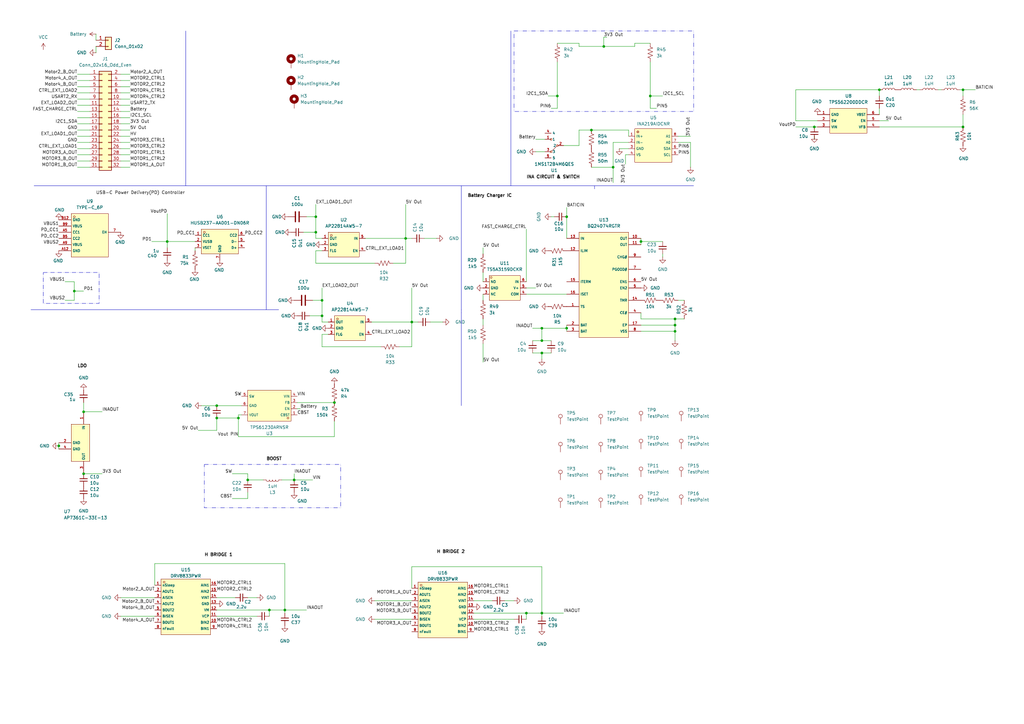
<source format=kicad_sch>
(kicad_sch (version 20250114) (generator "eeschema") (generator_version "9.0")
  (paper "A3")
  (title_block (title "MICROMOUSE PWR BOARD") (rev "v1.3") (company "University Of Cape Town") (comment 3 "SKRCOL001 & YNKMAY001") (comment 4 "Colby Skirving & May Yuan-Klitzner"))
  (lib_symbols
    (symbol "1MS1T2B4M6QES_JLCPCB:1MS1T2B4M6QES"
      (property "Reference" "U" (at 0 1.27 0))
      (property "Value" "1MS1T2B4M6QES" (at 0 -2.54 0))
      (symbol "1MS1T2B4M6QES_0_1"
        (pin unspecified line (at -5.08 -2.54 90) (length 2.54) (name "4") (number "4"))
        (pin unspecified line (at -2.54 -2.54 90) (length 2.54) (name "1") (number "1"))
        (pin unspecified line (at 0 5.08 270) (length 2.54) (name "2") (number "2"))
        (pin unspecified line (at 2.54 -2.54 90) (length 2.54) (name "3") (number "3"))
        (pin unspecified line (at 5.08 -2.54 90) (length 2.54) (name "5") (number "5"))
      )
    )
    (symbol "AP22814AW5-7:AP22814AW5-7"
      (property "Reference" "U" (at 0 1.27 0))
      (property "Value" "AP22814AW5-7" (at 0 -2.54 0))
      (symbol "AP22814AW5-7_0_1"
        (pin unspecified line (at -8.89 2.54 0) (length 2.54) (name "OUT") (number "1"))
        (pin unspecified line (at -8.89 0 0) (length 2.54) (name "GND") (number "2"))
        (pin unspecified line (at -8.89 -2.54 0) (length 2.54) (name "FLG") (number "3"))
        (pin unspecified line (at 8.89 2.54 180) (length 2.54) (name "IN") (number "5"))
        (pin unspecified line (at 8.89 -2.54 180) (length 2.54) (name "EN") (number "4"))
      )
    )
    (symbol "AP7361C-33E-13_JLCPCB:AP7361C-33E-13"
      (property "Reference" "U" (at 0 1.27 0))
      (property "Value" "AP7361C-33E-13" (at 0 -2.54 0))
      (symbol "AP7361C-33E-13_0_1"
        (pin power_in line (at -12.7 2.54 0) (length 5.08) (name "IN") (number "1"))
        (pin power_in line (at 0 -7.62 90) (length 5.08) (name "GND") (number "2"))
        (pin power_in line (at 2.54 -7.62 90) (length 5.08) (name "GND") (number "4"))
        (pin power_in line (at 12.7 2.54 180) (length 5.08) (name "OUT") (number "3"))
      )
    )
    (symbol "BQ24074RGTR_JLCPCB:BQ24074RGTR"
      (property "Reference" "U" (at 0 1.27 0))
      (property "Value" "BQ24074RGTR" (at 0 -2.54 0))
      (symbol "BQ24074RGTR_0_1"
        (pin power_in line (at -15.24 19.05 0) (length 5.08) (name "IN") (number "13"))
        (pin unspecified line (at -15.24 13.97 0) (length 5.08) (name "ILIM") (number "12"))
        (pin unspecified line (at -15.24 1.27 0) (length 5.08) (name "ITERM") (number "15"))
        (pin unspecified line (at -15.24 -3.81 0) (length 5.08) (name "ISET") (number "16"))
        (pin unspecified line (at -15.24 -8.89 0) (length 5.08) (name "TS") (number "1"))
        (pin power_in line (at -15.24 -16.51 0) (length 5.08) (name "BAT") (number "2"))
        (pin power_in line (at -15.24 -19.05 0) (length 5.08) (name "BAT") (number "3"))
        (pin power_in line (at 15.24 19.05 180) (length 5.08) (name "OUT") (number "10"))
        (pin power_in line (at 15.24 16.51 180) (length 5.08) (name "OUT") (number "11"))
        (pin unspecified line (at 15.24 11.43 180) (length 5.08) (name "CHG#") (number "9"))
        (pin unspecified line (at 15.24 6.35 180) (length 5.08) (name "PGOOD#") (number "7"))
        (pin unspecified line (at 15.24 1.27 180) (length 5.08) (name "EN1") (number "6"))
        (pin unspecified line (at 15.24 -1.27 180) (length 5.08) (name "EN2") (number "5"))
        (pin unspecified line (at 15.24 -6.35 180) (length 5.08) (name "TMR") (number "14"))
        (pin unspecified line (at 15.24 -11.43 180) (length 5.08) (name "CE#") (number "4"))
        (pin power_in line (at 15.24 -16.51 180) (length 5.08) (name "EP") (number "17"))
        (pin power_in line (at 15.24 -19.05 180) (length 5.08) (name "VSS") (number "8"))
      )
    )
    (symbol "Connector:TestPoint" (pin_numbers (hide yes)) (pin_names (offset 0.762) (hide yes))
      (property "Reference" "TP" (at 0 6.858 0))
      (property "Value" "TestPoint" (at 0 5.08 0))
      (symbol "TestPoint_1_1"
        (pin passive line (at 0 0 90) (length 2.54) (name "1") (number "1"))
      )
    )
    (symbol "Connector_Generic:Conn_01x02" (pin_names (offset 1.016) (hide yes))
      (property "Reference" "J" (at 0 2.54 0))
      (property "Value" "Conn_01x02" (at 0 -5.08 0))
      (symbol "Conn_01x02_1_1"
        (pin passive line (at -5.08 0 0) (length 3.81) (name "Pin_1") (number "1"))
        (pin passive line (at -5.08 -2.54 0) (length 3.81) (name "Pin_2") (number "2"))
      )
    )
    (symbol "Connector_Generic:Conn_02x16_Odd_Even" (pin_names (offset 1.016) (hide yes))
      (property "Reference" "J" (at 1.27 20.32 0))
      (property "Value" "Conn_02x16_Odd_Even" (at 1.27 -22.86 0))
      (symbol "Conn_02x16_Odd_Even_1_1"
        (pin passive line (at -5.08 17.78 0) (length 3.81) (name "Pin_1") (number "1"))
        (pin passive line (at -5.08 15.24 0) (length 3.81) (name "Pin_3") (number "3"))
        (pin passive line (at -5.08 12.7 0) (length 3.81) (name "Pin_5") (number "5"))
        (pin passive line (at -5.08 10.16 0) (length 3.81) (name "Pin_7") (number "7"))
        (pin passive line (at -5.08 7.62 0) (length 3.81) (name "Pin_9") (number "9"))
        (pin passive line (at -5.08 5.08 0) (length 3.81) (name "Pin_11") (number "11"))
        (pin passive line (at -5.08 2.54 0) (length 3.81) (name "Pin_13") (number "13"))
        (pin passive line (at -5.08 0 0) (length 3.81) (name "Pin_15") (number "15"))
        (pin passive line (at -5.08 -2.54 0) (length 3.81) (name "Pin_17") (number "17"))
        (pin passive line (at -5.08 -5.08 0) (length 3.81) (name "Pin_19") (number "19"))
        (pin passive line (at -5.08 -7.62 0) (length 3.81) (name "Pin_21") (number "21"))
        (pin passive line (at -5.08 -10.16 0) (length 3.81) (name "Pin_23") (number "23"))
        (pin passive line (at -5.08 -12.7 0) (length 3.81) (name "Pin_25") (number "25"))
        (pin passive line (at -5.08 -15.24 0) (length 3.81) (name "Pin_27") (number "27"))
        (pin passive line (at -5.08 -17.78 0) (length 3.81) (name "Pin_29") (number "29"))
        (pin passive line (at -5.08 -20.32 0) (length 3.81) (name "Pin_31") (number "31"))
        (pin passive line (at 7.62 17.78 180) (length 3.81) (name "Pin_2") (number "2"))
        (pin passive line (at 7.62 15.24 180) (length 3.81) (name "Pin_4") (number "4"))
        (pin passive line (at 7.62 12.7 180) (length 3.81) (name "Pin_6") (number "6"))
        (pin passive line (at 7.62 10.16 180) (length 3.81) (name "Pin_8") (number "8"))
        (pin passive line (at 7.62 7.62 180) (length 3.81) (name "Pin_10") (number "10"))
        (pin passive line (at 7.62 5.08 180) (length 3.81) (name "Pin_12") (number "12"))
        (pin passive line (at 7.62 2.54 180) (length 3.81) (name "Pin_14") (number "14"))
        (pin passive line (at 7.62 0 180) (length 3.81) (name "Pin_16") (number "16"))
        (pin passive line (at 7.62 -2.54 180) (length 3.81) (name "Pin_18") (number "18"))
        (pin passive line (at 7.62 -5.08 180) (length 3.81) (name "Pin_20") (number "20"))
        (pin passive line (at 7.62 -7.62 180) (length 3.81) (name "Pin_22") (number "22"))
        (pin passive line (at 7.62 -10.16 180) (length 3.81) (name "Pin_24") (number "24"))
        (pin passive line (at 7.62 -12.7 180) (length 3.81) (name "Pin_26") (number "26"))
        (pin passive line (at 7.62 -15.24 180) (length 3.81) (name "Pin_28") (number "28"))
        (pin passive line (at 7.62 -17.78 180) (length 3.81) (name "Pin_30") (number "30"))
        (pin passive line (at 7.62 -20.32 180) (length 3.81) (name "Pin_32") (number "32"))
      )
    )
    (symbol "DRV8833PWR:DRV8833PWR"
      (property "Reference" "U" (at 0 1.27 0))
      (property "Value" "DRV8833PWR" (at 0 -2.54 0))
      (symbol "DRV8833PWR_0_1"
        (pin unspecified line (at -12.7 8.89 0) (length 2.54) (name "nSleep") (number "1"))
        (pin unspecified line (at -12.7 6.35 0) (length 2.54) (name "AOUT1") (number "2"))
        (pin unspecified line (at -12.7 3.81 0) (length 2.54) (name "AISEN") (number "3"))
        (pin unspecified line (at -12.7 1.27 0) (length 2.54) (name "AOUT2") (number "4"))
        (pin unspecified line (at -12.7 -1.27 0) (length 2.54) (name "BOUT2") (number "5"))
        (pin unspecified line (at -12.7 -3.81 0) (length 2.54) (name "BISEN") (number "6"))
        (pin unspecified line (at -12.7 -6.35 0) (length 2.54) (name "BOUT1") (number "7"))
        (pin unspecified line (at -12.7 -8.89 0) (length 2.54) (name "nFault") (number "8"))
        (pin unspecified line (at 12.7 8.89 180) (length 2.54) (name "AIN1") (number "16"))
        (pin unspecified line (at 12.7 6.35 180) (length 2.54) (name "AIN2") (number "15"))
        (pin unspecified line (at 12.7 3.81 180) (length 2.54) (name "VINT") (number "14"))
        (pin unspecified line (at 12.7 1.27 180) (length 2.54) (name "GND") (number "13"))
        (pin unspecified line (at 12.7 -1.27 180) (length 2.54) (name "VM") (number "12"))
        (pin unspecified line (at 12.7 -3.81 180) (length 2.54) (name "VCP") (number "11"))
        (pin unspecified line (at 12.7 -6.35 180) (length 2.54) (name "BIN2") (number "10"))
        (pin unspecified line (at 12.7 -8.89 180) (length 2.54) (name "BIN1") (number "9"))
      )
    )
    (symbol "Device:C" (pin_numbers (hide yes)) (pin_names (offset 0.254))
      (property "Reference" "C" (at 0.635 2.54 0))
      (property "Value" "C" (at 0.635 -2.54 0))
      (symbol "C_1_1"
        (pin passive line (at 0 3.81 270) (length 2.794) (name "~") (number "1"))
        (pin passive line (at 0 -3.81 90) (length 2.794) (name "~") (number "2"))
      )
    )
    (symbol "Device:C_Small" (pin_numbers (hide yes)) (pin_names (offset 0.254) (hide yes))
      (property "Reference" "C" (at 0.254 1.778 0))
      (property "Value" "C_Small" (at 0.254 -2.032 0))
      (symbol "C_Small_1_1"
        (pin passive line (at 0 2.54 270) (length 2.032) (name "~") (number "1"))
        (pin passive line (at 0 -2.54 90) (length 2.032) (name "~") (number "2"))
      )
    )
    (symbol "Device:L" (pin_numbers (hide yes)) (pin_names (offset 1.016) (hide yes))
      (property "Reference" "L" (at -1.27 0 90))
      (property "Value" "L" (at 1.905 0 90))
      (symbol "L_1_1"
        (pin passive line (at 0 3.81 270) (length 1.27) (name "1") (number "1"))
        (pin passive line (at 0 -3.81 90) (length 1.27) (name "2") (number "2"))
      )
    )
    (symbol "Device:R_US" (pin_numbers (hide yes)) (pin_names (offset 0))
      (property "Reference" "R" (at 2.54 0 90))
      (property "Value" "R_US" (at -2.54 0 90))
      (symbol "R_US_1_1"
        (pin passive line (at 0 3.81 270) (length 1.27) (name "~") (number "1"))
        (pin passive line (at 0 -3.81 90) (length 1.27) (name "~") (number "2"))
      )
    )
    (symbol "HUSB237-AA001-DN06R_JLCPCB:HUSB237-AA001-DN06R"
      (property "Reference" "U" (at 0 1.27 0))
      (property "Value" "HUSB237-AA001-DN06R" (at 0 -2.54 0))
      (symbol "HUSB237-AA001-DN06R_0_1"
        (pin unspecified line (at -10.16 2.54 0) (length 2.54) (name "CC1") (number "1"))
        (pin unspecified line (at -10.16 0 0) (length 2.54) (name "VUSB") (number "2"))
        (pin unspecified line (at -10.16 -2.54 0) (length 2.54) (name "VSET") (number "3"))
        (pin unspecified line (at 0 -7.62 90) (length 2.54) (name "GND") (number "7"))
        (pin unspecified line (at 10.16 2.54 180) (length 2.54) (name "CC2") (number "6"))
        (pin unspecified line (at 10.16 0 180) (length 2.54) (name "D-") (number "5"))
        (pin unspecified line (at 10.16 -2.54 180) (length 2.54) (name "D+") (number "4"))
      )
    )
    (symbol "INA219AIDCNR_JLCPCB:INA219AIDCNR"
      (property "Reference" "U" (at 0 1.27 0))
      (property "Value" "INA219AIDCNR" (at 0 -2.54 0))
      (symbol "INA219AIDCNR_0_1"
        (pin unspecified line (at -10.16 3.81 0) (length 2.54) (name "IN+") (number "1"))
        (pin unspecified line (at -10.16 1.27 0) (length 2.54) (name "IN-") (number "2"))
        (pin unspecified line (at -10.16 -1.27 0) (length 2.54) (name "GND") (number "3"))
        (pin unspecified line (at -10.16 -3.81 0) (length 2.54) (name "VS") (number "4"))
        (pin unspecified line (at 10.16 3.81 180) (length 2.54) (name "A1") (number "8"))
        (pin unspecified line (at 10.16 1.27 180) (length 2.54) (name "A0") (number "7"))
        (pin unspecified line (at 10.16 -1.27 180) (length 2.54) (name "SDA") (number "6"))
        (pin unspecified line (at 10.16 -3.81 180) (length 2.54) (name "SCL") (number "5"))
      )
    )
    (symbol "JLCPCB_new_booster:TPS61230ARNSR"
      (property "Reference" "U" (at 0 1.27 0))
      (property "Value" "TPS61230ARNSR" (at 0 -2.54 0))
      (symbol "TPS61230ARNSR_0_1"
        (pin unspecified line (at -11.43 3.81 0) (length 2.54) (name "CBST") (number "1"))
        (pin unspecified line (at -11.43 1.27 0) (length 2.54) (name "EN") (number "2"))
        (pin unspecified line (at -11.43 -1.27 0) (length 2.54) (name "FB") (number "3"))
        (pin unspecified line (at -11.43 -3.81 0) (length 2.54) (name "VIN") (number "4"))
        (pin unspecified line (at 11.43 3.81 180) (length 2.54) (name "VOUT") (number "7"))
        (pin unspecified line (at 11.43 0 180) (length 2.54) (name "GND") (number "6"))
        (pin unspecified line (at 11.43 -3.81 180) (length 2.54) (name "SW") (number "5"))
      )
    )
    (symbol "Mechanical:MountingHole_Pad" (pin_numbers (hide yes)) (pin_names (offset 1.016) (hide yes)) (exclude_from_sim yes) (in_bom no)
      (property "Reference" "H" (at 0 6.35 0))
      (property "Value" "MountingHole_Pad" (at 0 4.445 0))
      (symbol "MountingHole_Pad_1_1"
        (pin input line (at 0 -2.54 90) (length 2.54) (name "1") (number "1"))
      )
    )
    (symbol "TPS562200DDCR_JLCPCB:TPS562200DDCR"
      (property "Reference" "U" (at 0 1.27 0))
      (property "Value" "TPS562200DDCR" (at 0 -2.54 0))
      (symbol "TPS562200DDCR_0_1"
        (pin unspecified line (at -12.7 2.54 0) (length 5.08) (name "GND") (number "1"))
        (pin unspecified line (at -12.7 0 0) (length 5.08) (name "SW") (number "2"))
        (pin unspecified line (at -12.7 -2.54 0) (length 5.08) (name "VIN") (number "3"))
        (pin unspecified line (at 12.7 2.54 180) (length 5.08) (name "VBST") (number "6"))
        (pin unspecified line (at 12.7 0 180) (length 5.08) (name "EN") (number "5"))
        (pin unspecified line (at 12.7 -2.54 180) (length 5.08) (name "VFB") (number "4"))
      )
    )
    (symbol "TS5A3159DCKR_JLCPCB:TS5A3159DCKR"
      (property "Reference" "U" (at 0 1.27 0))
      (property "Value" "TS5A3159DCKR" (at 0 -2.54 0))
      (symbol "TS5A3159DCKR_0_1"
        (pin unspecified line (at -10.16 2.54 0) (length 2.54) (name "NO") (number "1"))
        (pin unspecified line (at -10.16 0 0) (length 2.54) (name "GND") (number "2"))
        (pin unspecified line (at -10.16 -2.54 0) (length 2.54) (name "NC") (number "3"))
        (pin unspecified line (at 7.62 2.54 180) (length 2.54) (name "IN") (number "6"))
        (pin unspecified line (at 7.62 0 180) (length 2.54) (name "V+") (number "5"))
        (pin unspecified line (at 7.62 -2.54 180) (length 2.54) (name "COM") (number "4"))
      )
    )
    (symbol "TYPE-C 6P_JLCPCB:TYPE-C_6P"
      (property "Reference" "U" (at 0 1.27 0))
      (property "Value" "TYPE-C_6P" (at 0 -2.54 0))
      (symbol "TYPE-C_6P_0_1"
        (pin unspecified line (at -10.16 5.08 0) (length 5.08) (name "GND") (number "B12"))
        (pin unspecified line (at -10.16 2.54 0) (length 5.08) (name "VBUS") (number "B9"))
        (pin unspecified line (at -10.16 0 0) (length 5.08) (name "CC1") (number "A5"))
        (pin unspecified line (at -10.16 -2.54 0) (length 5.08) (name "CC2") (number "B5"))
        (pin unspecified line (at -10.16 -5.08 0) (length 5.08) (name "VBUS") (number "A9"))
        (pin unspecified line (at -10.16 -7.62 0) (length 5.08) (name "GND") (number "A12"))
        (pin unspecified line (at 15.24 0 180) (length 5.08) (name "EH") (number "7"))
      )
    )
    (symbol "power:+BATT" (power) (pin_numbers (hide yes)) (pin_names (offset 0) (hide yes))
      (property "Value" "+BATT" (at 0 3.556 0))
      (symbol "+BATT_1_1"
        (pin power_in line (at 0 0 90) (length 0) (name "~") (number "1"))
      )
    )
    (symbol "power:GND" (power) (pin_numbers (hide yes)) (pin_names (offset 0) (hide yes))
      (property "Value" "GND" (at 0 -3.81 0))
      (symbol "GND_1_1"
        (pin power_in line (at 0 0 270) (length 0) (name "~") (number "1"))
      )
    )
    (symbol "power:VCC" (power) (pin_numbers (hide yes)) (pin_names (offset 0) (hide yes))
      (property "Value" "VCC" (at 0 3.556 0))
      (symbol "VCC_1_1"
        (pin power_in line (at 0 0 90) (length 0) (name "~") (number "1"))
      )
    )
  )
  (rectangle (start 210.82 12.7) (end 284.48 45.72) (stroke (width 0) (type dash_dot_dot)))
  (rectangle (start 17.78 111.76) (end 40.64 124.46) (stroke (width 0) (type dash_dot)))
  (rectangle (start 83.82 190.5) (end 139.7 208.28) (stroke (width 0) (type dash_dot_dot)))
  (junction (at 334.01 52.07))
  (junction (at 394.97 52.07))
  (junction (at 97.79 171.45))
  (junction (at 34.29 194.31))
  (junction (at 222.25 139.7))
  (junction (at 222.25 144.78))
  (junction (at 215.9 251.46))
  (junction (at 222.25 251.46))
  (junction (at 24.13 182.88))
  (junction (at 30.48 119.38))
  (junction (at 101.6 196.85))
  (junction (at 266.7 39.37))
  (junction (at 137.16 165.1))
  (junction (at 262.89 99.06))
  (junction (at 34.29 168.91))
  (junction (at 68.58 99.06))
  (junction (at 168.91 132.08))
  (junction (at 276.86 135.89))
  (junction (at 88.9 166.37))
  (junction (at 88.9 171.45))
  (junction (at 232.41 88.9))
  (junction (at 132.08 123.19))
  (junction (at 276.86 133.35))
  (junction (at 228.6 39.37))
  (junction (at 247.65 19.05))
  (junction (at 242.57 53.34))
  (junction (at 120.65 196.85))
  (junction (at 166.37 97.79))
  (junction (at 232.41 134.62))
  (junction (at 394.97 36.83))
  (junction (at 132.08 129.54))
  (junction (at 222.25 134.62))
  (junction (at 251.46 68.58))
  (junction (at 129.54 95.25))
  (junction (at 116.84 250.19))
  (junction (at 110.49 250.19))
  (junction (at 129.54 88.9))
  (junction (at 276.86 130.81))
  (junction (at 360.68 36.83))
  (wire (pts (xy 97.79 171.45) (xy 97.79 179.07)))
  (wire (pts (xy 271.78 104.14) (xy 271.78 105.41)))
  (wire (pts (xy 257.81 53.34) (xy 257.81 55.88)))
  (wire (pts (xy 62.23 99.06) (xy 68.58 99.06)))
  (wire (pts (xy 125.73 88.9) (xy 129.54 88.9)))
  (wire (pts (xy 222.25 251.46) (xy 231.14 251.46)))
  (wire (pts (xy 30.48 119.38) (xy 30.48 123.19)))
  (wire (pts (xy 129.54 83.82) (xy 129.54 88.9)))
  (polyline (pts (xy 189.23 128.27) (xy 189.23 166.37)))
  (wire (pts (xy 116.84 250.19) (xy 125.73 250.19)))
  (wire (pts (xy 215.9 251.46) (xy 215.9 254)))
  (polyline (pts (xy 109.22 76.2) (xy 109.22 127)))
  (wire (pts (xy 394.97 46.99) (xy 394.97 52.07)))
  (wire (pts (xy 153.67 246.38) (xy 168.91 246.38)))
  (wire (pts (xy 116.84 231.14) (xy 116.84 250.19)))
  (wire (pts (xy 266.7 39.37) (xy 271.78 39.37)))
  (wire (pts (xy 49.53 45.72) (xy 53.34 45.72)))
  (wire (pts (xy 39.37 21.59) (xy 39.37 19.05)))
  (wire (pts (xy 198.12 120.65) (xy 198.12 123.19)))
  (wire (pts (xy 132.08 97.79) (xy 129.54 97.79)))
  (wire (pts (xy 129.54 102.87) (xy 129.54 107.95)))
  (wire (pts (xy 49.53 55.88) (xy 53.34 55.88)))
  (wire (pts (xy 223.52 57.15) (xy 219.71 57.15)))
  (wire (pts (xy 31.75 43.18) (xy 36.83 43.18)))
  (wire (pts (xy 49.53 245.11) (xy 63.5 245.11)))
  (wire (pts (xy 63.5 240.03) (xy 63.5 231.14)))
  (wire (pts (xy 49.53 40.64) (xy 53.34 40.64)))
  (wire (pts (xy 95.25 194.31) (xy 101.6 194.31)))
  (wire (pts (xy 31.75 60.96) (xy 36.83 60.96)))
  (wire (pts (xy 222.25 232.41) (xy 222.25 251.46)))
  (wire (pts (xy 262.89 135.89) (xy 276.86 135.89)))
  (wire (pts (xy 251.46 58.42) (xy 251.46 68.58)))
  (wire (pts (xy 276.86 133.35) (xy 276.86 135.89)))
  (wire (pts (xy 222.25 134.62) (xy 222.25 139.7)))
  (wire (pts (xy 49.53 68.58) (xy 53.34 68.58)))
  (wire (pts (xy 256.54 63.5) (xy 256.54 67.31)))
  (wire (pts (xy 49.53 38.1) (xy 53.34 38.1)))
  (wire (pts (xy 251.46 58.42) (xy 257.81 58.42)))
  (wire (pts (xy 222.25 144.78) (xy 226.06 144.78)))
  (wire (pts (xy 34.29 168.91) (xy 41.91 168.91)))
  (wire (pts (xy 215.9 93.98) (xy 215.9 115.57)))
  (wire (pts (xy 31.75 30.48) (xy 36.83 30.48)))
  (wire (pts (xy 82.55 166.37) (xy 88.9 166.37)))
  (wire (pts (xy 101.6 201.93) (xy 101.6 204.47)))
  (wire (pts (xy 237.49 53.34) (xy 237.49 59.69)))
  (wire (pts (xy 49.53 30.48) (xy 53.34 30.48)))
  (wire (pts (xy 129.54 88.9) (xy 129.54 95.25)))
  (wire (pts (xy 26.67 115.57) (xy 30.48 115.57)))
  (wire (pts (xy 242.57 68.58) (xy 251.46 68.58)))
  (wire (pts (xy 49.53 50.8) (xy 53.34 50.8)))
  (wire (pts (xy 218.44 144.78) (xy 222.25 144.78)))
  (wire (pts (xy 262.89 130.81) (xy 276.86 130.81)))
  (wire (pts (xy 81.28 176.53) (xy 88.9 176.53)))
  (wire (pts (xy 26.67 123.19) (xy 30.48 123.19)))
  (wire (pts (xy 39.37 13.97) (xy 39.37 16.51)))
  (wire (pts (xy 124.46 95.25) (xy 129.54 95.25)))
  (wire (pts (xy 222.25 134.62) (xy 232.41 134.62)))
  (wire (pts (xy 228.6 25.4) (xy 228.6 39.37)))
  (wire (pts (xy 326.39 36.83) (xy 360.68 36.83)))
  (wire (pts (xy 256.54 63.5) (xy 257.81 63.5)))
  (wire (pts (xy 247.65 19.05) (xy 260.35 19.05)))
  (wire (pts (xy 110.49 250.19) (xy 110.49 252.73)))
  (wire (pts (xy 247.65 15.24) (xy 248.92 15.24)))
  (wire (pts (xy 394.97 36.83) (xy 400.05 36.83)))
  (wire (pts (xy 31.75 33.02) (xy 36.83 33.02)))
  (wire (pts (xy 375.92 36.83) (xy 377.19 36.83)))
  (wire (pts (xy 262.89 97.79) (xy 262.89 99.06)))
  (wire (pts (xy 283.21 68.58) (xy 283.21 58.42)))
  (wire (pts (xy 168.91 232.41) (xy 222.25 232.41)))
  (wire (pts (xy 127 129.54) (xy 132.08 129.54)))
  (wire (pts (xy 224.79 39.37) (xy 228.6 39.37)))
  (wire (pts (xy 163.83 142.24) (xy 168.91 142.24)))
  (polyline (pts (xy 189.23 127) (xy 189.23 128.27)))
  (wire (pts (xy 31.75 55.88) (xy 36.83 55.88)))
  (polyline (pts (xy 189.23 127) (xy 189.23 76.2)))
  (wire (pts (xy 360.68 36.83) (xy 360.68 39.37)))
  (wire (pts (xy 226.06 44.45) (xy 228.6 44.45)))
  (wire (pts (xy 254 60.96) (xy 257.81 60.96)))
  (wire (pts (xy 384.81 36.83) (xy 386.08 36.83)))
  (wire (pts (xy 49.53 60.96) (xy 53.34 60.96)))
  (wire (pts (xy 198.12 101.6) (xy 198.12 104.14)))
  (wire (pts (xy 262.89 130.81) (xy 262.89 128.27)))
  (wire (pts (xy 31.75 53.34) (xy 36.83 53.34)))
  (wire (pts (xy 129.54 95.25) (xy 129.54 97.79)))
  (wire (pts (xy 237.49 17.78) (xy 228.6 17.78)))
  (wire (pts (xy 132.08 137.16) (xy 132.08 142.24)))
  (wire (pts (xy 80.01 101.6) (xy 80.01 102.87)))
  (wire (pts (xy 222.25 144.78) (xy 222.25 147.32)))
  (wire (pts (xy 68.58 99.06) (xy 68.58 101.6)))
  (wire (pts (xy 176.53 132.08) (xy 181.61 132.08)))
  (wire (pts (xy 222.25 251.46) (xy 222.25 252.73)))
  (polyline (pts (xy 12.7 127) (xy 114.3 127)))
  (wire (pts (xy 223.52 62.23) (xy 219.71 62.23)))
  (wire (pts (xy 49.53 58.42) (xy 53.34 58.42)))
  (wire (pts (xy 128.27 123.19) (xy 132.08 123.19)))
  (wire (pts (xy 97.79 170.18) (xy 97.79 171.45)))
  (wire (pts (xy 360.68 44.45) (xy 360.68 46.99)))
  (wire (pts (xy 31.75 50.8) (xy 36.83 50.8)))
  (polyline (pts (xy 243.84 76.2) (xy 243.84 77.47)))
  (wire (pts (xy 88.9 252.73) (xy 105.41 252.73)))
  (wire (pts (xy 334.01 52.07) (xy 335.28 52.07)))
  (wire (pts (xy 215.9 120.65) (xy 232.41 120.65)))
  (wire (pts (xy 215.9 118.11) (xy 219.71 118.11)))
  (wire (pts (xy 215.9 251.46) (xy 222.25 251.46)))
  (wire (pts (xy 88.9 245.11) (xy 96.52 245.11)))
  (wire (pts (xy 262.89 99.06) (xy 262.89 100.33)))
  (wire (pts (xy 276.86 130.81) (xy 276.86 133.35)))
  (wire (pts (xy 101.6 196.85) (xy 101.6 194.31)))
  (wire (pts (xy 326.39 49.53) (xy 326.39 36.83)))
  (polyline (pts (xy 76.2 12.7) (xy 76.2 76.2)))
  (wire (pts (xy 198.12 111.76) (xy 198.12 115.57)))
  (wire (pts (xy 88.9 166.37) (xy 99.06 166.37)))
  (wire (pts (xy 31.75 45.72) (xy 36.83 45.72)))
  (wire (pts (xy 110.49 250.19) (xy 116.84 250.19)))
  (wire (pts (xy 99.06 170.18) (xy 97.79 170.18)))
  (wire (pts (xy 168.91 241.3) (xy 168.91 232.41)))
  (wire (pts (xy 198.12 130.81) (xy 198.12 133.35)))
  (wire (pts (xy 137.16 172.72) (xy 137.16 179.07)))
  (wire (pts (xy 34.29 194.31) (xy 41.91 194.31)))
  (wire (pts (xy 335.28 49.53) (xy 326.39 49.53)))
  (wire (pts (xy 194.31 246.38) (xy 201.93 246.38)))
  (wire (pts (xy 260.35 17.78) (xy 266.7 17.78)))
  (wire (pts (xy 31.75 48.26) (xy 36.83 48.26)))
  (wire (pts (xy 49.53 63.5) (xy 53.34 63.5)))
  (wire (pts (xy 95.25 204.47) (xy 101.6 204.47)))
  (wire (pts (xy 168.91 132.08) (xy 171.45 132.08)))
  (wire (pts (xy 49.53 35.56) (xy 53.34 35.56)))
  (wire (pts (xy 132.08 102.87) (xy 129.54 102.87)))
  (wire (pts (xy 232.41 85.09) (xy 232.41 88.9)))
  (wire (pts (xy 152.4 132.08) (xy 168.91 132.08)))
  (wire (pts (xy 123.19 167.64) (xy 121.92 167.64)))
  (wire (pts (xy 194.31 254) (xy 210.82 254)))
  (wire (pts (xy 49.53 53.34) (xy 53.34 53.34)))
  (wire (pts (xy 31.75 35.56) (xy 36.83 35.56)))
  (wire (pts (xy 228.6 39.37) (xy 228.6 44.45)))
  (wire (pts (xy 168.91 118.11) (xy 168.91 132.08)))
  (wire (pts (xy 34.29 165.1) (xy 34.29 168.91)))
  (wire (pts (xy 153.67 254) (xy 168.91 254)))
  (wire (pts (xy 266.7 44.45) (xy 269.24 44.45)))
  (wire (pts (xy 360.68 52.07) (xy 394.97 52.07)))
  (wire (pts (xy 115.57 196.85) (xy 120.65 196.85)))
  (wire (pts (xy 266.7 39.37) (xy 266.7 44.45)))
  (wire (pts (xy 237.49 53.34) (xy 242.57 53.34)))
  (wire (pts (xy 222.25 139.7) (xy 226.06 139.7)))
  (wire (pts (xy 198.12 140.97) (xy 198.12 148.59)))
  (wire (pts (xy 283.21 55.88) (xy 278.13 55.88)))
  (wire (pts (xy 137.16 165.1) (xy 121.92 165.1)))
  (wire (pts (xy 276.86 135.89) (xy 276.86 139.7)))
  (wire (pts (xy 237.49 19.05) (xy 237.49 17.78)))
  (wire (pts (xy 232.41 88.9) (xy 232.41 97.79)))
  (wire (pts (xy 116.84 250.19) (xy 116.84 251.46)))
  (wire (pts (xy 49.53 43.18) (xy 53.34 43.18)))
  (wire (pts (xy 132.08 142.24) (xy 156.21 142.24)))
  (wire (pts (xy 49.53 66.04) (xy 53.34 66.04)))
  (wire (pts (xy 166.37 97.79) (xy 168.91 97.79)))
  (wire (pts (xy 134.62 137.16) (xy 132.08 137.16)))
  (wire (pts (xy 88.9 171.45) (xy 97.79 171.45)))
  (wire (pts (xy 129.54 107.95) (xy 153.67 107.95)))
  (wire (pts (xy 49.53 33.02) (xy 53.34 33.02)))
  (wire (pts (xy 166.37 83.82) (xy 166.37 97.79)))
  (wire (pts (xy 49.53 252.73) (xy 63.5 252.73)))
  (wire (pts (xy 30.48 119.38) (xy 34.29 119.38)))
  (wire (pts (xy 49.53 48.26) (xy 53.34 48.26)))
  (wire (pts (xy 218.44 134.62) (xy 222.25 134.62)))
  (wire (pts (xy 210.82 246.38) (xy 207.01 246.38)))
  (wire (pts (xy 80.01 99.06) (xy 68.58 99.06)))
  (wire (pts (xy 120.65 194.31) (xy 120.65 196.85)))
  (wire (pts (xy 132.08 123.19) (xy 132.08 129.54)))
  (wire (pts (xy 394.97 36.83) (xy 394.97 39.37)))
  (wire (pts (xy 105.41 245.11) (xy 101.6 245.11)))
  (wire (pts (xy 88.9 176.53) (xy 88.9 171.45)))
  (polyline (pts (xy 209.55 12.7) (xy 209.55 76.2)))
  (wire (pts (xy 232.41 134.62) (xy 232.41 135.89)))
  (wire (pts (xy 232.41 133.35) (xy 232.41 134.62)))
  (wire (pts (xy 237.49 59.69) (xy 231.14 59.69)))
  (wire (pts (xy 251.46 68.58) (xy 251.46 74.93)))
  (wire (pts (xy 227.33 88.9) (xy 226.06 88.9)))
  (wire (pts (xy 266.7 25.4) (xy 266.7 39.37)))
  (wire (pts (xy 283.21 58.42) (xy 278.13 58.42)))
  (wire (pts (xy 88.9 250.19) (xy 110.49 250.19)))
  (wire (pts (xy 262.89 99.06) (xy 271.78 99.06)))
  (wire (pts (xy 31.75 40.64) (xy 36.83 40.64)))
  (wire (pts (xy 242.57 53.34) (xy 257.81 53.34)))
  (wire (pts (xy 31.75 63.5) (xy 36.83 63.5)))
  (wire (pts (xy 278.13 123.19) (xy 280.67 123.19)))
  (wire (pts (xy 132.08 118.11) (xy 132.08 123.19)))
  (wire (pts (xy 168.91 132.08) (xy 168.91 142.24)))
  (wire (pts (xy 218.44 139.7) (xy 222.25 139.7)))
  (wire (pts (xy 262.89 133.35) (xy 276.86 133.35)))
  (wire (pts (xy 393.7 36.83) (xy 394.97 36.83)))
  (wire (pts (xy 31.75 38.1) (xy 36.83 38.1)))
  (wire (pts (xy 24.13 182.88) (xy 24.13 184.15)))
  (wire (pts (xy 334.01 57.15) (xy 334.01 55.88)))
  (wire (pts (xy 101.6 196.85) (xy 107.95 196.85)))
  (wire (pts (xy 24.13 181.61) (xy 24.13 182.88)))
  (wire (pts (xy 247.65 15.24) (xy 247.65 19.05)))
  (wire (pts (xy 31.75 68.58) (xy 36.83 68.58)))
  (wire (pts (xy 166.37 97.79) (xy 166.37 107.95)))
  (wire (pts (xy 260.35 19.05) (xy 260.35 17.78)))
  (wire (pts (xy 161.29 107.95) (xy 166.37 107.95)))
  (wire (pts (xy 120.65 196.85) (xy 128.27 196.85)))
  (wire (pts (xy 68.58 87.63) (xy 68.58 99.06)))
  (wire (pts (xy 276.86 130.81) (xy 280.67 130.81)))
  (wire (pts (xy 31.75 58.42) (xy 36.83 58.42)))
  (wire (pts (xy 326.39 52.07) (xy 334.01 52.07)))
  (wire (pts (xy 149.86 97.79) (xy 166.37 97.79)))
  (wire (pts (xy 31.75 66.04) (xy 36.83 66.04)))
  (wire (pts (xy 134.62 132.08) (xy 132.08 132.08)))
  (wire (pts (xy 63.5 231.14) (xy 116.84 231.14)))
  (wire (pts (xy 30.48 115.57) (xy 30.48 119.38)))
  (wire (pts (xy 360.68 49.53) (xy 364.49 49.53)))
  (wire (pts (xy 237.49 19.05) (xy 247.65 19.05)))
  (wire (pts (xy 194.31 251.46) (xy 215.9 251.46)))
  (wire (pts (xy 137.16 179.07) (xy 97.79 179.07)))
  (polyline (pts (xy 13.97 76.2) (xy 284.48 76.2)))
  (wire (pts (xy 132.08 129.54) (xy 132.08 132.08)))
  (wire (pts (xy 173.99 97.79) (xy 179.07 97.79)))
  (label "5V Out" (at 363.22 49.53 0))
  (label "5V Out" (at 81.28 176.53 180))
  (label "Motor2_A_OUT" (at 53.34 30.48 0))
  (label "MOTOR1_CTRL1" (at 53.34 63.5 0))
  (label "Battery" (at 123.19 167.64 0))
  (label "MOTOR1_CTRL2" (at 194.31 243.84 0))
  (label "LDO" (at 31.75 151.13 0) (effects (font (thickness 0.254) (bold yes))))
  (label "SW" (at 95.25 194.31 180) (effects (font (thickness 0.1588))))
  (label "VIN" (at 121.92 162.56 0) (effects (font (thickness 0.1588))))
  (label "EXT_LOAD2_OUT" (at 132.08 118.11 0))
  (label "EXT_LOAD1_OUT" (at 31.75 55.88 180))
  (label "Motor2_A_OUT" (at 63.5 242.57 180))
  (label "CBST" (at 95.25 204.47 180) (effects (font (thickness 0.1588))))
  (label "MOTOR1_CTRL2" (at 53.34 66.04 0))
  (label "MOTOR3_CTRL2" (at 194.31 256.54 0))
  (label "5V Out" (at 198.12 148.59 0))
  (label "FAST_CHARGE_CTRL" (at 215.9 93.98 180))
  (label "INAOUT" (at 231.14 251.46 0) (effects (font (thickness 0.1588))))
  (label "I2C1_SCL" (at 271.78 39.37 0))
  (label "5V Out" (at 168.91 118.11 0))
  (label "SW" (at 99.06 162.56 180) (effects (font (thickness 0.1588))))
  (label "VBUS1" (at 26.67 115.57 180))
  (label "GND" (at 31.75 53.34 180))
  (label "INA CIRCUIT & SWITCH" (at 215.9 73.66 0) (effects (font (thickness 0.254) (bold yes))))
  (label "Motor4_B_OUT" (at 31.75 35.56 180))
  (label "Battery" (at 219.71 57.15 180))
  (label "3V3 Out" (at 41.91 194.31 0))
  (label "BATICIN" (at 232.41 85.09 0))
  (label "Battery Charger IC" (at 191.77 81.28 0) (effects (font (thickness 0.254) (bold yes))))
  (label "HV" (at 53.34 55.88 0))
  (label "BOOST" (at 109.22 189.23 0) (effects (font (thickness 0.254) (bold yes))))
  (label "PD_CC2" (at 24.13 97.79 180))
  (label "USB-C Power Delivery(PD) Controller " (at 39.37 80.01 0))
  (label "MOTOR4_CTRL1" (at 88.9 257.81 0))
  (label "INAOUT" (at 251.46 74.93 180) (effects (font (thickness 0.1588))))
  (label "INAOUT" (at 41.91 168.91 0) (effects (font (thickness 0.1588))))
  (label "PIN5" (at 269.24 44.45 0))
  (label "PD_CC1" (at 24.13 95.25 180))
  (label "PD_CC1" (at 80.01 96.52 180))
  (label "VoutPD" (at 68.58 87.63 180) (effects (font (thickness 0.1588))))
  (label "3V3 Out" (at 283.21 55.88 90))
  (label "PIN5" (at 278.13 63.5 0))
  (label "MOTOR3_A_OUT" (at 31.75 63.5 180))
  (label "MOTOR1_A_OUT" (at 168.91 243.84 180))
  (label "Motor4_A_OUT" (at 63.5 255.27 180))
  (label "MOTOR3_B_OUT" (at 31.75 66.04 180))
  (label "Motor2_B_OUT" (at 63.5 247.65 180))
  (label "EXT_LOAD2_OUT" (at 31.75 43.18 180))
  (label "INAOUT" (at 218.44 134.62 180) (effects (font (thickness 0.1588))))
  (label "Motor2_B_OUT" (at 31.75 30.48 180))
  (label "VBUS2" (at 24.13 100.33 180))
  (label "CTRL_EXT_LOAD2" (at 31.75 38.1 180))
  (label "PD1" (at 34.29 119.38 0))
  (label "5V Out" (at 219.71 118.11 0))
  (label "H BRIDGE 1" (at 83.82 228.6 0) (effects (font (thickness 0.254) (bold yes))))
  (label "Vout PIN" (at 97.79 179.07 180))
  (label "5V Out" (at 53.34 53.34 0))
  (label "5V Out" (at 262.89 115.57 0))
  (label "3V3 Out" (at 247.65 15.24 0))
  (label "MOTOR3_B_OUT" (at 168.91 251.46 180))
  (label "EXT_LOAD1_OUT" (at 129.54 83.82 0))
  (label "5V Out" (at 198.12 101.6 0))
  (label "USART2_TX" (at 53.34 43.18 0))
  (label "MOTOR1_A_OUT" (at 53.34 68.58 0))
  (label "USART2_RX" (at 31.75 40.64 180))
  (label "I2C1_SDA" (at 31.75 50.8 180))
  (label "MOTOR4_CTRL2" (at 88.9 255.27 0))
  (label "5V Out" (at 166.37 83.82 0))
  (label "BATICIN" (at 400.05 36.83 0))
  (label "VoutPD" (at 326.39 52.07 180) (effects (font (thickness 0.1588))))
  (label "MOTOR1_B_OUT" (at 31.75 68.58 180))
  (label "MOTOR2_CTRL1" (at 88.9 240.03 0))
  (label "MOTOR3_CTRL1" (at 53.34 58.42 0))
  (label "3V3 Out" (at 53.34 50.8 0))
  (label "MOTOR2_CTRL2" (at 88.9 242.57 0))
  (label "PIN6" (at 226.06 44.45 180))
  (label "Motor4_B_OUT" (at 63.5 250.19 180))
  (label "3V3 Out" (at 256.54 67.31 270))
  (label "FAST_CHARGE_CTRL" (at 31.75 45.72 180))
  (label "VBUS1" (at 24.13 92.71 180))
  (label "CBST" (at 121.92 170.18 0) (effects (font (thickness 0.1588))))
  (label "INAOUT" (at 125.73 250.19 0) (effects (font (thickness 0.1588))))
  (label "CTRL_EXT_LOAD2" (at 152.4 137.16 0))
  (label "MOTOR3_A_OUT" (at 168.91 256.54 180))
  (label "I2C1_SDA" (at 224.79 39.37 180))
  (label "Motor4_A_OUT" (at 31.75 33.02 180))
  (label "MOTOR1_B_OUT" (at 168.91 248.92 180))
  (label "MOTOR4_CTRL1" (at 53.34 38.1 0))
  (label "MOTOR1_CTRL1" (at 194.31 241.3 0))
  (label "MOTOR2_CTRL1" (at 53.34 33.02 0))
  (label "GND" (at 31.75 58.42 180))
  (label "MOTOR3_CTRL2" (at 53.34 60.96 0))
  (label "INAOUT" (at 120.65 194.31 0) (effects (font (thickness 0.1588))))
  (label "VBUS2" (at 26.67 123.19 180))
  (label "MOTOR4_CTRL2" (at 53.34 40.64 0))
  (label "Battery" (at 53.34 45.72 0))
  (label "CTRL_EXT_LOAD1" (at 149.86 102.87 0))
  (label "PIN6" (at 278.13 60.96 0))
  (label "MOTOR2_CTRL2" (at 53.34 35.56 0))
  (label "PD_CC2" (at 100.33 96.52 0))
  (label "I2C1_SCL" (at 53.34 48.26 0))
  (label "PD1" (at 62.23 99.06 180))
  (label "MOTOR3_CTRL1" (at 194.31 259.08 0))
  (label "CTRL_EXT_LOAD1" (at 31.75 60.96 180))
  (label "H BRIDGE 2" (at 179.07 227.33 0) (effects (font (thickness 0.254) (bold yes))))
  (label "VIN" (at 128.27 196.85 0) (effects (font (thickness 0.1588))))
  (symbol (lib_id "Mechanical:MountingHole_Pad") (at 119.38 34.29 0) (unit 1) (exclude_from_sim yes) (in_bom no)
    (property "Reference" "H2" (at 121.92 31.7499 0) (effects (justify left)))
    (property "Value" "MountingHole_Pad" (at 121.92 34.2899 0) (effects (justify left)))
    (property "Footprint" "MountingHole:MountingHole_3.2mm_M3_DIN965_Pad" (effects (hide yes)))
    (property "Description" "Mounting Hole with connection" (effects (hide yes)))
  )
  (symbol (lib_id "power:GND") (at 283.21 68.58 0) (unit 1)
    (property "Reference" "#PWR018" (effects (hide yes)))
    (property "Value" "GND" (at 283.21 73.66 0))
    (property "Description" "Power symbol creates a global label with name \"GND\" , ground" (effects (hide yes)))
  )
  (symbol (lib_id "TS5A3159DCKR_JLCPCB:TS5A3159DCKR") (at 208.28 118.11 0) (unit 1)
    (property "Reference" "U11" (at 207.01 107.95 0))
    (property "Value" "TS5A3159DCKR" (at 207.01 110.49 0))
    (property "Footprint" "JLC_footprints:SC-70-6_L2.0-W1.3-P0.65-LS2.1-BL-1" (effects (hide yes)))
    (property "Datasheet" "https://atta.szlcsc.com/upload/public/pdf/source/20171123/C141530_15114109251091137526.pdf" (effects (hide yes)))
    (property "LCSC" "C46388" (effects (hide yes)))
  )
  (symbol (lib_id "power:GND") (at 120.65 123.19 270) (unit 1)
    (property "Reference" "#PWR021" (effects (hide yes)))
    (property "Value" "GND" (at 118.11 123.1899 90) (effects (justify right)))
    (property "Description" "Power symbol creates a global label with name \"GND\" , ground" (effects (hide yes)))
  )
  (symbol (lib_id "Device:R_US") (at 228.6 102.87 90) (mirror x) (unit 1)
    (property "Reference" "R31" (at 227.3299 105.41 0) (effects (justify left)))
    (property "Value" "1k5" (at 229.8699 105.41 0) (effects (justify left)))
    (property "Footprint" "Resistor_SMD:R_0603_1608Metric_Pad0.98x0.95mm_HandSolder" (effects (hide yes)))
    (property "Description" "Resistor, US symbol" (effects (hide yes)))
    (property "LCSC" "C22843" (effects (hide yes)))
  )
  (symbol (lib_id "Connector_Generic:Conn_01x02") (at 44.45 16.51 0) (unit 1)
    (property "Reference" "J2" (at 46.99 16.5099 0) (effects (justify left)))
    (property "Value" "Conn_01x02" (at 46.99 19.0499 0) (effects (justify left)))
    (property "Footprint" "Connector_JST:JST_PH_B2B-PH-K_1x02_P2.00mm_Vertical" (effects (hide yes)))
    (property "Description" "Generic connector, single row, 01x02, script generated (kicad-library-utils/schlib/autogen/connector/)" (effects (hide yes)))
  )
  (symbol (lib_id "Device:C_Small") (at 360.68 41.91 0) (mirror x) (unit 1)
    (property "Reference" "C20" (at 363.22 43.1738 0) (effects (justify left)))
    (property "Value" "0u1" (at 363.22 40.6338 0) (effects (justify left)))
    (property "Footprint" "Capacitor_SMD:C_0402_1005Metric_Pad0.74x0.62mm_HandSolder" (effects (hide yes)))
    (property "Description" "Unpolarized capacitor, small symbol" (effects (hide yes)))
    (property "LCSC" "C1525" (effects (hide yes)))
  )
  (symbol (lib_id "Device:C_Small") (at 124.46 129.54 90) (mirror x) (unit 1)
    (property "Reference" "C18" (at 123.1962 132.08 0) (effects (justify left)))
    (property "Value" "0u1" (at 125.7362 132.08 0) (effects (justify left)))
    (property "Footprint" "Capacitor_SMD:C_0402_1005Metric_Pad0.74x0.62mm_HandSolder" (effects (hide yes)))
    (property "Description" "Unpolarized capacitor, small symbol" (effects (hide yes)))
    (property "LCSC" "C1525" (effects (hide yes)))
  )
  (symbol (lib_id "power:GND") (at 198.12 118.11 270) (mirror x) (unit 1)
    (property "Reference" "#PWR030" (effects (hide yes)))
    (property "Value" "GND" (at 194.31 118.1099 90) (effects (justify right)))
    (property "Description" "Power symbol creates a global label with name \"GND\" , ground" (effects (hide yes)))
  )
  (symbol (lib_id "Device:R_US") (at 242.57 64.77 0) (unit 1)
    (property "Reference" "R55" (at 245.11 63.4999 0) (effects (justify left)))
    (property "Value" "50m" (at 245.11 66.0399 0) (effects (justify left)))
    (property "Footprint" "Resistor_SMD:R_0603_1608Metric_Pad0.98x0.95mm_HandSolder" (effects (hide yes)))
    (property "Description" "Resistor, US symbol" (effects (hide yes)))
    (property "LCSC" "C126169" (effects (hide yes)))
  )
  (symbol (lib_id "Connector:TestPoint") (at 246.38 196.85 0) (unit 1)
    (property "Reference" "TP4" (at 248.92 192.2779 0) (effects (justify left)))
    (property "Value" "TestPoint" (at 248.92 194.8179 0) (effects (justify left)))
    (property "Footprint" "TestPoint:TestPoint_Pad_2.5x2.5mm" (effects (hide yes)))
    (property "Description" "test point" (effects (hide yes)))
  )
  (symbol (lib_id "DRV8833PWR:DRV8833PWR") (at 181.61 250.19 0) (unit 1)
    (property "Reference" "U16" (at 181.61 234.95 0))
    (property "Value" "DRV8833PWR" (at 181.61 237.49 0))
    (property "Footprint" "JLC_footprints:TSSOP-16_L5.0-W4.4-P0.65-LS6.4-BL" (effects (hide yes)))
    (property "Datasheet" "https://item.szlcsc.com/6534.html" (effects (hide yes)))
    (property "LCSC" "C544801" (effects (hide yes)))
  )
  (symbol (lib_id "Device:R_US") (at 137.16 168.91 0) (mirror x) (unit 1)
    (property "Reference" "R3" (at 134.62 167.6399 0) (effects (justify right)))
    (property "Value" "150k" (at 134.62 170.1799 0) (effects (justify right)))
    (property "Footprint" "Resistor_SMD:R_0805_2012Metric_Pad1.20x1.40mm_HandSolder" (effects (hide yes)))
    (property "Description" "Resistor, US symbol" (effects (hide yes)))
    (property "LCSC" "C17470" (effects (hide yes)))
  )
  (symbol (lib_id "power:GND") (at 49.53 252.73 270) (unit 1)
    (property "Reference" "#PWR041" (effects (hide yes)))
    (property "Value" "GND" (at 45.72 252.7299 90) (effects (justify right)))
    (property "Description" "Power symbol creates a global label with name \"GND\" , ground" (effects (hide yes)))
  )
  (symbol (lib_id "power:GND") (at 262.89 118.11 90) (unit 1)
    (property "Reference" "#PWR028" (effects (hide yes)))
    (property "Value" "GND" (at 266.7 118.1099 90) (effects (justify right)))
    (property "Description" "Power symbol creates a global label with name \"GND\" , ground" (effects (hide yes)))
  )
  (symbol (lib_id "power:GND") (at 120.65 201.93 0) (unit 1)
    (property "Reference" "#PWR08" (effects (hide yes)))
    (property "Value" "GND" (at 123.952 205.486 0))
    (property "Description" "Power symbol creates a global label with name \"GND\" , ground" (effects (hide yes)))
  )
  (symbol (lib_id "power:GND") (at 134.62 134.62 270) (unit 1)
    (property "Reference" "#PWR036" (effects (hide yes)))
    (property "Value" "GND" (at 132.08 134.6199 90) (effects (justify right)))
    (property "Description" "Power symbol creates a global label with name \"GND\" , ground" (effects (hide yes)))
  )
  (symbol (lib_id "Device:C_Small") (at 88.9 168.91 0) (mirror x) (unit 1)
    (property "Reference" "C6" (at 86.36 167.6335 0) (effects (justify right)))
    (property "Value" "10u" (at 86.36 170.1735 0) (effects (justify right)))
    (property "Footprint" "Capacitor_SMD:C_1206_3216Metric_Pad1.33x1.80mm_HandSolder" (effects (hide yes)))
    (property "Description" "Unpolarized capacitor, small symbol" (effects (hide yes)))
    (property "LCSC" "C13585" (effects (hide yes)))
  )
  (symbol (lib_id "Connector:TestPoint") (at 229.87 196.85 0) (unit 1)
    (property "Reference" "TP3" (at 232.41 192.2779 0) (effects (justify left)))
    (property "Value" "TestPoint" (at 232.41 194.8179 0) (effects (justify left)))
    (property "Footprint" "TestPoint:TestPoint_Pad_2.5x2.5mm" (effects (hide yes)))
    (property "Description" "test point" (effects (hide yes)))
  )
  (symbol (lib_id "Device:R_US") (at 228.6 125.73 270) (mirror x) (unit 1)
    (property "Reference" "R5" (at 228.6 132.08 90))
    (property "Value" "10k" (at 228.6 129.54 90))
    (property "Footprint" "Resistor_SMD:R_0603_1608Metric_Pad0.98x0.95mm_HandSolder" (effects (hide yes)))
    (property "Description" "Resistor, US symbol" (effects (hide yes)))
    (property "LCSC" "C17900" (effects (hide yes)))
  )
  (symbol (lib_id "power:GND") (at 194.31 248.92 90) (unit 1)
    (property "Reference" "#PWR046" (effects (hide yes)))
    (property "Value" "GND" (at 198.12 248.9199 90) (effects (justify right)))
    (property "Description" "Power symbol creates a global label with name \"GND\" , ground" (effects (hide yes)))
  )
  (symbol (lib_id "Connector:TestPoint") (at 246.38 208.28 0) (unit 1)
    (property "Reference" "TP2" (at 248.92 203.7079 0) (effects (justify left)))
    (property "Value" "TestPoint" (at 248.92 206.2479 0) (effects (justify left)))
    (property "Footprint" "TestPoint:TestPoint_Pad_2.5x2.5mm" (effects (hide yes)))
    (property "Description" "test point" (effects (hide yes)))
  )
  (symbol (lib_id "Device:C_Small") (at 213.36 254 270) (mirror x) (unit 1)
    (property "Reference" "C38" (at 212.0835 256.54 0) (effects (justify right)))
    (property "Value" "10n" (at 214.6235 256.54 0) (effects (justify right)))
    (property "Footprint" "Capacitor_SMD:C_0402_1005Metric_Pad0.74x0.62mm_HandSolder" (effects (hide yes)))
    (property "Description" "Unpolarized capacitor, small symbol" (effects (hide yes)))
    (property "LCSC" "C15195" (effects (hide yes)))
  )
  (symbol (lib_id "Connector:TestPoint") (at 229.87 208.28 0) (unit 1)
    (property "Reference" "TP1" (at 232.41 203.7079 0) (effects (justify left)))
    (property "Value" "TestPoint" (at 232.41 206.2479 0) (effects (justify left)))
    (property "Footprint" "TestPoint:TestPoint_Pad_2.5x2.5mm" (effects (hide yes)))
    (property "Description" "test point" (effects (hide yes)))
  )
  (symbol (lib_id "power:GND") (at 153.67 254 270) (unit 1)
    (property "Reference" "#PWR045" (effects (hide yes)))
    (property "Value" "GND" (at 149.86 253.9999 90) (effects (justify right)))
    (property "Description" "Power symbol creates a global label with name \"GND\" , ground" (effects (hide yes)))
  )
  (symbol (lib_id "Device:L") (at 389.89 36.83 270) (mirror x) (unit 1)
    (property "Reference" "L23" (at 389.89 31.75 90))
    (property "Value" "1uH" (at 389.89 34.29 90))
    (property "Footprint" "Inductor_SMD:L_Sunlord_SWPA3015S" (effects (hide yes)))
    (property "Description" "Inductor" (effects (hide yes)))
    (property "LCSC" "C43388" (effects (hide yes)))
  )
  (symbol (lib_id "power:GND") (at 34.29 160.02 180) (unit 1)
    (property "Reference" "#PWR011" (effects (hide yes)))
    (property "Value" "GND" (at 34.29 154.94 0))
    (property "Description" "Power symbol creates a global label with name \"GND\" , ground" (effects (hide yes)))
  )
  (symbol (lib_id "Device:C_Small") (at 107.95 252.73 270) (mirror x) (unit 1)
    (property "Reference" "C36" (at 106.6735 255.27 0) (effects (justify right)))
    (property "Value" "10n" (at 109.2135 255.27 0) (effects (justify right)))
    (property "Footprint" "Capacitor_SMD:C_0402_1005Metric_Pad0.74x0.62mm_HandSolder" (effects (hide yes)))
    (property "Description" "Unpolarized capacitor, small symbol" (effects (hide yes)))
    (property "LCSC" "C15195" (effects (hide yes)))
  )
  (symbol (lib_id "Device:L") (at 364.49 36.83 270) (mirror x) (unit 1)
    (property "Reference" "L21" (at 364.49 31.75 90))
    (property "Value" "1uH" (at 364.49 34.29 90))
    (property "Footprint" "Inductor_SMD:L_Sunlord_SWPA3015S" (effects (hide yes)))
    (property "Description" "Inductor" (effects (hide yes)))
    (property "LCSC" "C43388" (effects (hide yes)))
  )
  (symbol (lib_id "Device:L") (at 111.76 196.85 90) (mirror x) (unit 1)
    (property "Reference" "L3" (at 111.76 201.93 90))
    (property "Value" "1uH" (at 111.76 199.39 90))
    (property "Footprint" "Inductor_SMD:L_Sunlord_SWPA3015S" (effects (hide yes)))
    (property "Description" "Inductor" (effects (hide yes)))
    (property "LCSC" "C43388" (effects (hide yes)))
  )
  (symbol (lib_id "Device:R_US") (at 198.12 127 0) (unit 1)
    (property "Reference" "R49" (at 200.66 125.7299 0) (effects (justify left)))
    (property "Value" "3k" (at 200.66 128.2699 0) (effects (justify left)))
    (property "Footprint" "Resistor_SMD:R_0603_1608Metric_Pad0.98x0.95mm_HandSolder" (effects (hide yes)))
    (property "Description" "Resistor, US symbol" (effects (hide yes)))
    (property "LCSC" "C4211" (effects (hide yes)))
  )
  (symbol (lib_id "Device:R_US") (at 80.01 106.68 0) (mirror x) (unit 1)
    (property "Reference" "R1" (at 77.47 105.4099 0) (effects (justify right)))
    (property "Value" "75k" (at 77.47 107.9499 0) (effects (justify right)))
    (property "Footprint" "Resistor_SMD:R_0603_1608Metric_Pad0.98x0.95mm_HandSolder" (effects (hide yes)))
    (property "Description" "Resistor, US symbol" (effects (hide yes)))
    (property "LCSC" "C23242" (effects (hide yes)))
  )
  (symbol (lib_id "Device:R_US") (at 160.02 142.24 270) (mirror x) (unit 1)
    (property "Reference" "R33" (at 160.02 148.59 90))
    (property "Value" "10k" (at 160.02 146.05 90))
    (property "Footprint" "Resistor_SMD:R_0603_1608Metric_Pad0.98x0.95mm_HandSolder" (effects (hide yes)))
    (property "Description" "Resistor, US symbol" (effects (hide yes)))
    (property "LCSC" "C17900" (effects (hide yes)))
  )
  (symbol (lib_id "DRV8833PWR:DRV8833PWR") (at 76.2 248.92 0) (unit 1)
    (property "Reference" "U15" (at 76.2 233.68 0))
    (property "Value" "DRV8833PWR" (at 76.2 236.22 0))
    (property "Footprint" "JLC_footprints:TSSOP-16_L5.0-W4.4-P0.65-LS6.4-BL" (effects (hide yes)))
    (property "Datasheet" "https://item.szlcsc.com/6534.html" (effects (hide yes)))
    (property "LCSC" "C544801" (effects (hide yes)))
  )
  (symbol (lib_id "power:GND") (at 179.07 97.79 90) (unit 1)
    (property "Reference" "#PWR014" (effects (hide yes)))
    (property "Value" "GND" (at 184.15 97.7899 90) (effects (justify right)))
    (property "Description" "Power symbol creates a global label with name \"GND\" , ground" (effects (hide yes)))
  )
  (symbol (lib_id "power:GND") (at 116.84 256.54 0) (unit 1)
    (property "Reference" "#PWR043" (effects (hide yes)))
    (property "Value" "GND" (at 116.84 262.89 0))
    (property "Description" "Power symbol creates a global label with name \"GND\" , ground" (effects (hide yes)))
  )
  (symbol (lib_id "Device:C_Small") (at 34.29 201.93 180) (unit 1)
    (property "Reference" "C12" (at 36.83 200.6535 0) (effects (justify right)))
    (property "Value" "10u" (at 36.83 203.1935 0) (effects (justify right)))
    (property "Footprint" "Capacitor_SMD:C_1206_3216Metric_Pad1.33x1.80mm_HandSolder" (effects (hide yes)))
    (property "Description" "Unpolarized capacitor, small symbol" (effects (hide yes)))
    (property "LCSC" "C13585" (effects (hide yes)))
  )
  (symbol (lib_id "Mechanical:MountingHole_Pad") (at 119.38 25.4 0) (unit 1) (exclude_from_sim yes) (in_bom no)
    (property "Reference" "H1" (at 121.92 22.8599 0) (effects (justify left)))
    (property "Value" "MountingHole_Pad" (at 121.92 25.3999 0) (effects (justify left)))
    (property "Footprint" "MountingHole:MountingHole_3.2mm_M3_DIN965_Pad" (effects (hide yes)))
    (property "Description" "Mounting Hole with connection" (effects (hide yes)))
  )
  (symbol (lib_id "Device:C_Small") (at 173.99 132.08 270) (unit 1)
    (property "Reference" "C19" (at 172.7135 129.54 0) (effects (justify right)))
    (property "Value" "10u" (at 175.2535 129.54 0) (effects (justify right)))
    (property "Footprint" "Capacitor_SMD:C_1206_3216Metric_Pad1.33x1.80mm_HandSolder" (effects (hide yes)))
    (property "Description" "Unpolarized capacitor, small symbol" (effects (hide yes)))
    (property "LCSC" "C13585" (effects (hide yes)))
  )
  (symbol (lib_id "power:GND") (at 49.53 95.25 0) (unit 1)
    (property "Reference" "#PWR039" (effects (hide yes)))
    (property "Value" "GND" (at 51.308 99.314 0) (effects (justify right)))
    (property "Description" "Power symbol creates a global label with name \"GND\" , ground" (effects (hide yes)))
  )
  (symbol (lib_id "INA219AIDCNR_JLCPCB:INA219AIDCNR") (at 267.97 59.69 0) (unit 1)
    (property "Reference" "U5" (at 267.97 48.26 0))
    (property "Value" "INA219AIDCNR" (at 267.97 50.8 0))
    (property "Footprint" "JLC_footprints:SOT-23-8_L3.0-W1.7-P0.65-LS2.8-BR" (effects (hide yes)))
    (property "Datasheet" "https://item.szlcsc.com/155588.html" (effects (hide yes)))
    (property "LCSC" "C87469" (effects (hide yes)))
  )
  (symbol (lib_id "Mechanical:MountingHole_Pad") (at 120.65 41.91 0) (unit 1) (exclude_from_sim yes) (in_bom no)
    (property "Reference" "H3" (at 123.19 39.3699 0) (effects (justify left)))
    (property "Value" "MountingHole_Pad" (at 123.19 41.9099 0) (effects (justify left)))
    (property "Footprint" "MountingHole:MountingHole_3.2mm_M3_DIN965_Pad" (effects (hide yes)))
    (property "Description" "Mounting Hole with connection" (effects (hide yes)))
  )
  (symbol (lib_id "AP7361C-33E-13_JLCPCB:AP7361C-33E-13") (at 31.75 181.61 270) (unit 1)
    (property "Reference" "U7" (at 26.162 209.804 90) (effects (justify left)))
    (property "Value" "AP7361C-33E-13" (at 26.162 212.344 90) (effects (justify left)))
    (property "Footprint" "JLC_footprints:SOT-223_L6.5-W3.5-P2.30-LS7.0-BR" (effects (hide yes)))
    (property "Datasheet" "https://item.szlcsc.com/109711.html" (effects (hide yes)))
    (property "LCSC" "C500795" (effects (hide yes)))
  )
  (symbol (lib_id "Connector_Generic:Conn_02x16_Odd_Even") (at 41.91 48.26 0) (unit 1)
    (property "Reference" "J1" (at 43.18 24.13 0))
    (property "Value" "Conn_02x16_Odd_Even" (at 43.18 26.67 0))
    (property "Footprint" "Connector_PinHeader_2.54mm:PinHeader_2x16_P2.54mm_Vertical" (effects (hide yes)))
    (property "Description" "Generic connector, double row, 02x16, odd/even pin numbering scheme (row 1 odd numbers, row 2 even numbers), script generated (kicad-library-utils/schlib/autogen/connector/)" (effects (hide yes)))
  )
  (symbol (lib_id "Device:C_Small") (at 99.06 245.11 270) (unit 1)
    (property "Reference" "C2" (at 101.6 246.888 90))
    (property "Value" "2.2u" (at 99.0537 248.92 90))
    (property "Footprint" "Capacitor_SMD:C_0402_1005Metric_Pad0.74x0.62mm_HandSolder" (effects (hide yes)))
    (property "Description" "Unpolarized capacitor, small symbol" (effects (hide yes)))
    (property "LCSC" "C12530" (effects (hide yes)))
  )
  (symbol (lib_id "Device:R_US") (at 198.12 107.95 0) (mirror y) (unit 1)
    (property "Reference" "R29" (at 195.58 106.6799 0) (effects (justify left)))
    (property "Value" "1k5" (at 195.58 109.2199 0) (effects (justify left)))
    (property "Footprint" "Resistor_SMD:R_0603_1608Metric_Pad0.98x0.95mm_HandSolder" (effects (hide yes)))
    (property "Description" "Resistor, US symbol" (effects (hide yes)))
    (property "LCSC" "C22843" (effects (hide yes)))
  )
  (symbol (lib_id "Connector:TestPoint") (at 279.4 172.72 0) (unit 1)
    (property "Reference" "TP13" (at 281.94 168.1479 0) (effects (justify left)))
    (property "Value" "TestPoint" (at 281.94 170.6879 0) (effects (justify left)))
    (property "Footprint" "TestPoint:TestPoint_Pad_2.5x2.5mm" (effects (hide yes)))
    (property "Description" "test point" (effects (hide yes)))
  )
  (symbol (lib_id "Device:C_Small") (at 34.29 196.85 180) (unit 1)
    (property "Reference" "C10" (at 36.83 195.5735 0) (effects (justify right)))
    (property "Value" "10u" (at 36.83 198.1135 0) (effects (justify right)))
    (property "Footprint" "Capacitor_SMD:C_1206_3216Metric_Pad1.33x1.80mm_HandSolder" (effects (hide yes)))
    (property "Description" "Unpolarized capacitor, small symbol" (effects (hide yes)))
    (property "LCSC" "C13585" (effects (hide yes)))
  )
  (symbol (lib_id "Device:R_US") (at 274.32 123.19 270) (mirror x) (unit 1)
    (property "Reference" "R53" (at 274.32 120.904 90))
    (property "Value" "3k" (at 274.32 125.73 90))
    (property "Footprint" "Resistor_SMD:R_0603_1608Metric_Pad0.98x0.95mm_HandSolder" (effects (hide yes)))
    (property "Description" "Resistor, US symbol" (effects (hide yes)))
    (property "LCSC" "C4211" (effects (hide yes)))
  )
  (symbol (lib_id "Connector:TestPoint") (at 262.89 172.72 0) (unit 1)
    (property "Reference" "TP9" (at 265.43 168.1479 0) (effects (justify left)))
    (property "Value" "TestPoint" (at 265.43 170.6879 0) (effects (justify left)))
    (property "Footprint" "TestPoint:TestPoint_Pad_2.5x2.5mm" (effects (hide yes)))
    (property "Description" "test point" (effects (hide yes)))
  )
  (symbol (lib_id "Device:R_US") (at 266.7 21.59 0) (unit 1)
    (property "Reference" "R45" (at 269.24 20.3199 0) (effects (justify left)))
    (property "Value" "3k" (at 269.24 22.8599 0) (effects (justify left)))
    (property "Footprint" "Resistor_SMD:R_0603_1608Metric_Pad0.98x0.95mm_HandSolder" (effects (hide yes)))
    (property "Description" "Resistor, US symbol" (effects (hide yes)))
    (property "LCSC" "C4211" (effects (hide yes)))
  )
  (symbol (lib_id "power:GND") (at 222.25 147.32 0) (unit 1)
    (property "Reference" "#PWR029" (effects (hide yes)))
    (property "Value" "GND" (at 222.25 152.4 0))
    (property "Description" "Power symbol creates a global label with name \"GND\" , ground" (effects (hide yes)))
  )
  (symbol (lib_id "HUSB237-AA001-DN06R_JLCPCB:HUSB237-AA001-DN06R") (at 90.17 99.06 0) (unit 1)
    (property "Reference" "U6" (at 90.17 88.9 0))
    (property "Value" "HUSB237-AA001-DN06R" (at 90.17 91.44 0))
    (property "Footprint" "JLC_footprints:TDFN-6_L2.0-W2.0-P0.65-TL-EP" (effects (hide yes)))
    (property "Datasheet" "https://item.szlcsc.com/361742.html" (effects (hide yes)))
    (property "LCSC" "C22373734" (effects (hide yes)))
  )
  (symbol (lib_id "Connector:TestPoint") (at 262.89 195.58 0) (unit 1)
    (property "Reference" "TP11" (at 265.43 191.0079 0) (effects (justify left)))
    (property "Value" "TestPoint" (at 265.43 193.5479 0) (effects (justify left)))
    (property "Footprint" "TestPoint:TestPoint_Pad_2.5x2.5mm" (effects (hide yes)))
    (property "Description" "test point" (effects (hide yes)))
  )
  (symbol (lib_id "JLCPCB_new_booster:TPS61230ARNSR") (at 110.49 166.37 180) (unit 1)
    (property "Reference" "U3" (at 110.49 177.8 0))
    (property "Value" "TPS61230ARNSR" (at 110.49 175.26 0))
    (property "Footprint" "JLC_footprints:VQFN-7_L2.1-W2.1-P0.50-BL" (effects (hide yes)))
    (property "Datasheet" "https://www.ti.com/cn/lit/ds/symlink/tps61230a.pdf?ts=1640251349317" (effects (hide yes)))
    (property "LCSC" "C376005" (effects (hide yes)))
  )
  (symbol (lib_id "power:GND") (at 80.01 110.49 0) (unit 1)
    (property "Reference" "#PWR040" (effects (hide yes)))
    (property "Value" "GND" (at 81.788 114.554 0) (effects (justify right)))
    (property "Description" "Power symbol creates a global label with name \"GND\" , ground" (effects (hide yes)))
  )
  (symbol (lib_id "Device:C_Small") (at 229.87 88.9 270) (mirror x) (unit 1)
    (property "Reference" "C16" (at 231.14 91.694 90) (effects (justify right)))
    (property "Value" "10u" (at 231.14 93.98 90) (effects (justify right)))
    (property "Footprint" "Capacitor_SMD:C_1206_3216Metric_Pad1.33x1.80mm_HandSolder" (effects (hide yes)))
    (property "Description" "Unpolarized capacitor, small symbol" (effects (hide yes)))
    (property "LCSC" "C13585" (effects (hide yes)))
  )
  (symbol (lib_id "Device:C_Small") (at 226.06 142.24 180) (unit 1)
    (property "Reference" "C9" (at 228.6 140.9635 0) (effects (justify right)))
    (property "Value" "10u" (at 228.6 143.5035 0) (effects (justify right)))
    (property "Footprint" "Capacitor_SMD:C_1206_3216Metric_Pad1.33x1.80mm_HandSolder" (effects (hide yes)))
    (property "Description" "Unpolarized capacitor, small symbol" (effects (hide yes)))
    (property "LCSC" "C13585" (effects (hide yes)))
  )
  (symbol (lib_id "Device:C_Small") (at 204.47 246.38 270) (unit 1)
    (property "Reference" "C3" (at 207.01 248.158 90))
    (property "Value" "2.2u" (at 204.4637 250.19 90))
    (property "Footprint" "Capacitor_SMD:C_0402_1005Metric_Pad0.74x0.62mm_HandSolder" (effects (hide yes)))
    (property "Description" "Unpolarized capacitor, small symbol" (effects (hide yes)))
    (property "LCSC" "C12530" (effects (hide yes)))
  )
  (symbol (lib_id "power:GND") (at 118.11 88.9 270) (unit 1)
    (property "Reference" "#PWR017" (effects (hide yes)))
    (property "Value" "GND" (at 115.57 88.8999 90) (effects (justify right)))
    (property "Description" "Power symbol creates a global label with name \"GND\" , ground" (effects (hide yes)))
  )
  (symbol (lib_id "power:GND") (at 222.25 257.81 0) (unit 1)
    (property "Reference" "#PWR048" (effects (hide yes)))
    (property "Value" "GND" (at 222.25 264.16 0))
    (property "Description" "Power symbol creates a global label with name \"GND\" , ground" (effects (hide yes)))
  )
  (symbol (lib_id "power:GND") (at 68.58 106.68 0) (mirror y) (unit 1)
    (property "Reference" "#PWR012" (effects (hide yes)))
    (property "Value" "GND" (at 68.58 111.76 0))
    (property "Description" "Power symbol creates a global label with name \"GND\" , ground" (effects (hide yes)))
  )
  (symbol (lib_id "power:GND") (at 271.78 105.41 0) (unit 1)
    (property "Reference" "#PWR09" (effects (hide yes)))
    (property "Value" "GND" (at 271.78 110.49 0))
    (property "Description" "Power symbol creates a global label with name \"GND\" , ground" (effects (hide yes)))
  )
  (symbol (lib_id "Device:R_US") (at 394.97 43.18 0) (mirror y) (unit 1)
    (property "Reference" "R6" (at 397.51 41.9099 0) (effects (justify right)))
    (property "Value" "56K" (at 397.51 44.4499 0) (effects (justify right)))
    (property "Footprint" "Resistor_SMD:R_0603_1608Metric_Pad0.98x0.95mm_HandSolder" (effects (hide yes)))
    (property "Description" "Resistor, US symbol" (effects (hide yes)))
    (property "LCSC" "C23206" (effects (hide yes)))
  )
  (symbol (lib_id "Device:C_Small") (at 271.78 101.6 0) (mirror x) (unit 1)
    (property "Reference" "C23" (at 269.24 100.3235 0) (effects (justify right)))
    (property "Value" "10u" (at 269.24 102.8635 0) (effects (justify right)))
    (property "Footprint" "Capacitor_SMD:C_1206_3216Metric_Pad1.33x1.80mm_HandSolder" (effects (hide yes)))
    (property "Description" "Unpolarized capacitor, small symbol" (effects (hide yes)))
    (property "LCSC" "C13585" (effects (hide yes)))
  )
  (symbol (lib_id "power:GND") (at 39.37 21.59 270) (unit 1)
    (property "Reference" "#PWR01" (effects (hide yes)))
    (property "Value" "GND" (at 35.56 21.5899 90) (effects (justify right)))
    (property "Description" "Power symbol creates a global label with name \"GND\" , ground" (effects (hide yes)))
  )
  (symbol (lib_id "Device:C_Small") (at 101.6 199.39 0) (mirror x) (unit 1)
    (property "Reference" "C22" (at 99.06 198.1135 0) (effects (justify right)))
    (property "Value" "10n" (at 99.06 200.6535 0) (effects (justify right)))
    (property "Footprint" "Capacitor_SMD:C_0402_1005Metric_Pad0.74x0.62mm_HandSolder" (effects (hide yes)))
    (property "Description" "Unpolarized capacitor, small symbol" (effects (hide yes)))
    (property "LCSC" "C15195" (effects (hide yes)))
  )
  (symbol (lib_id "power:GND") (at 24.13 182.88 270) (unit 1)
    (property "Reference" "#PWR07" (effects (hide yes)))
    (property "Value" "GND" (at 20.32 182.8799 90) (effects (justify right)))
    (property "Description" "Power symbol creates a global label with name \"GND\" , ground" (effects (hide yes)))
  )
  (symbol (lib_id "power:GND") (at 224.79 125.73 270) (unit 1)
    (property "Reference" "#PWR033" (effects (hide yes)))
    (property "Value" "GND" (at 220.98 125.7299 90) (effects (justify right)))
    (property "Description" "Power symbol creates a global label with name \"GND\" , ground" (effects (hide yes)))
  )
  (symbol (lib_id "Device:C") (at 124.46 123.19 90) (unit 1)
    (property "Reference" "C17" (at 124.46 115.57 90))
    (property "Value" "100u" (at 124.46 118.11 90))
    (property "Footprint" "Capacitor_SMD:C_1808_4520Metric_Pad1.72x2.30mm_HandSolder" (effects (hide yes)))
    (property "Description" "Unpolarized capacitor" (effects (hide yes)))
    (property "LCSC" "C1525" (effects (hide yes)))
  )
  (symbol (lib_id "AP22814AW5-7:AP22814AW5-7") (at 140.97 100.33 0) (unit 1)
    (property "Reference" "U2" (at 140.97 90.17 0))
    (property "Value" "AP22814AW5-7" (at 140.97 92.71 0))
    (property "Footprint" "JLC_footprints:SOT-25_L3.0-W1.6-P0.95-LS2.8-BL" (effects (hide yes)))
    (property "Datasheet" "https://item.szlcsc.com/464949.html" (effects (hide yes)))
    (property "LCSC" "C2680321" (effects (hide yes)))
  )
  (symbol (lib_id "Connector:TestPoint") (at 279.4 184.15 0) (unit 1)
    (property "Reference" "TP14" (at 281.94 179.5779 0) (effects (justify left)))
    (property "Value" "TestPoint" (at 281.94 182.1179 0) (effects (justify left)))
    (property "Footprint" "TestPoint:TestPoint_Pad_2.5x2.5mm" (effects (hide yes)))
    (property "Description" "test point" (effects (hide yes)))
  )
  (symbol (lib_id "Device:C") (at 121.92 88.9 90) (unit 1)
    (property "Reference" "C1" (at 121.92 81.28 90))
    (property "Value" "100u" (at 121.92 83.82 90))
    (property "Footprint" "Capacitor_SMD:C_1808_4520Metric_Pad1.72x2.30mm_HandSolder" (effects (hide yes)))
    (property "Description" "Unpolarized capacitor" (effects (hide yes)))
    (property "LCSC" "C1525" (effects (hide yes)))
  )
  (symbol (lib_id "power:GND") (at 34.29 204.47 0) (unit 1)
    (property "Reference" "#PWR010" (effects (hide yes)))
    (property "Value" "GND" (at 34.29 209.55 0))
    (property "Description" "Power symbol creates a global label with name \"GND\" , ground" (effects (hide yes)))
  )
  (symbol (lib_id "power:GND") (at 219.71 62.23 270) (unit 1)
    (property "Reference" "#PWR054" (effects (hide yes)))
    (property "Value" "GND" (at 215.9 62.2299 90) (effects (justify right)))
    (property "Description" "Power symbol creates a global label with name \"GND\" , ground" (effects (hide yes)))
  )
  (symbol (lib_id "AP22814AW5-7:AP22814AW5-7") (at 143.51 134.62 0) (unit 1)
    (property "Reference" "U4" (at 143.51 124.46 0))
    (property "Value" "AP22814AW5-7" (at 143.51 127 0))
    (property "Footprint" "JLC_footprints:SOT-25_L3.0-W1.6-P0.95-LS2.8-BL" (effects (hide yes)))
    (property "Datasheet" "https://item.szlcsc.com/464949.html" (effects (hide yes)))
    (property "LCSC" "C2680321" (effects (hide yes)))
  )
  (symbol (lib_id "Device:L") (at 372.11 36.83 270) (mirror x) (unit 1)
    (property "Reference" "L20" (at 372.11 31.75 90))
    (property "Value" "1uH" (at 372.11 34.29 90))
    (property "Footprint" "Inductor_SMD:L_Sunlord_SWPA3015S" (effects (hide yes)))
    (property "Description" "Inductor" (effects (hide yes)))
    (property "LCSC" "C43388" (effects (hide yes)))
  )
  (symbol (lib_id "power:GND") (at 82.55 166.37 270) (unit 1)
    (property "Reference" "#PWR04" (effects (hide yes)))
    (property "Value" "GND" (at 78.74 166.3701 90) (effects (justify right)))
    (property "Description" "Power symbol creates a global label with name \"GND\" , ground" (effects (hide yes)))
  )
  (symbol (lib_id "Device:R_US") (at 137.16 161.29 0) (mirror x) (unit 1)
    (property "Reference" "R4" (at 139.7 162.5601 0) (effects (justify left)))
    (property "Value" "47k" (at 139.7 160.0201 0) (effects (justify left)))
    (property "Footprint" "Resistor_SMD:R_0805_2012Metric_Pad1.20x1.40mm_HandSolder" (effects (hide yes)))
    (property "Description" "Resistor, US symbol" (effects (hide yes)))
    (property "LCSC" "C17713" (effects (hide yes)))
  )
  (symbol (lib_id "power:GND") (at 105.41 245.11 90) (unit 1)
    (property "Reference" "#PWR013" (effects (hide yes)))
    (property "Value" "GND" (at 109.22 245.1101 90) (effects (justify right)))
    (property "Description" "Power symbol creates a global label with name \"GND\" , ground" (effects (hide yes)))
  )
  (symbol (lib_id "TPS562200DDCR_JLCPCB:TPS562200DDCR") (at 347.98 49.53 0) (unit 1)
    (property "Reference" "U8" (at 347.98 39.37 0))
    (property "Value" "TPS562200DDCR" (at 347.98 41.91 0))
    (property "Footprint" "JLC_footprints:SOT-23-6_L2.9-W1.6-P0.95-LS2.8-BR" (effects (hide yes)))
    (property "Datasheet" "https://item.szlcsc.com/169042.html" (effects (hide yes)))
    (property "LCSC" "C49757" (effects (hide yes)))
  )
  (symbol (lib_id "power:GND") (at 226.06 88.9 270) (unit 1)
    (property "Reference" "#PWR034" (effects (hide yes)))
    (property "Value" "GND" (at 220.98 88.9 0))
    (property "Description" "Power symbol creates a global label with name \"GND\" , ground" (effects (hide yes)))
  )
  (symbol (lib_id "Connector:TestPoint") (at 229.87 185.42 0) (unit 1)
    (property "Reference" "TP6" (at 232.41 180.8479 0) (effects (justify left)))
    (property "Value" "TestPoint" (at 232.41 183.3879 0) (effects (justify left)))
    (property "Footprint" "TestPoint:TestPoint_Pad_2.5x2.5mm" (effects (hide yes)))
    (property "Description" "test point" (effects (hide yes)))
  )
  (symbol (lib_id "Connector:TestPoint") (at 279.4 207.01 0) (unit 1)
    (property "Reference" "TP16" (at 281.94 202.4379 0) (effects (justify left)))
    (property "Value" "TestPoint" (at 281.94 204.9779 0) (effects (justify left)))
    (property "Footprint" "TestPoint:TestPoint_Pad_2.5x2.5mm" (effects (hide yes)))
    (property "Description" "test point" (effects (hide yes)))
  )
  (symbol (lib_id "power:GND") (at 335.28 46.99 0) (mirror x) (unit 1)
    (property "Reference" "#PWR053" (effects (hide yes)))
    (property "Value" "GND" (at 335.026 41.656 0))
    (property "Description" "Power symbol creates a global label with name \"GND\" , ground" (effects (hide yes)))
  )
  (symbol (lib_id "Connector:TestPoint") (at 229.87 173.99 0) (unit 1)
    (property "Reference" "TP5" (at 232.41 169.4179 0) (effects (justify left)))
    (property "Value" "TestPoint" (at 232.41 171.9579 0) (effects (justify left)))
    (property "Footprint" "TestPoint:TestPoint_Pad_2.5x2.5mm" (effects (hide yes)))
    (property "Description" "test point" (effects (hide yes)))
  )
  (symbol (lib_id "BQ24074RGTR_JLCPCB:BQ24074RGTR") (at 247.65 116.84 0) (unit 1)
    (property "Reference" "U13" (at 247.65 90.17 0))
    (property "Value" "BQ24074RGTR" (at 247.65 92.71 0))
    (property "Footprint" "JLC_footprints:QFN-16_L3.0-W3.0-P0.50-TL-EP1.7" (effects (hide yes)))
    (property "Datasheet" "https://item.szlcsc.com/44583.html" (effects (hide yes)))
    (property "LCSC" "C54313" (effects (hide yes)))
  )
  (symbol (lib_id "1MS1T2B4M6QES_JLCPCB:1MS1T2B4M6QES") (at 226.06 59.69 270) (unit 1)
    (property "Reference" "U1" (at 227.33 69.85 90))
    (property "Value" "1MS1T2B4M6QES" (at 227.33 67.31 90))
    (property "Footprint" "JLC_footprints:SW-TH_1MS1T2B4M6QES" (effects (hide yes)))
    (property "Datasheet" "https://item.szlcsc.com/566382.html" (effects (hide yes)))
    (property "LCSC" "C545199" (effects (hide yes)))
  )
  (symbol (lib_id "power:GND") (at 121.92 129.54 270) (unit 1)
    (property "Reference" "#PWR035" (effects (hide yes)))
    (property "Value" "GND" (at 119.38 129.5399 90) (effects (justify right)))
    (property "Description" "Power symbol creates a global label with name \"GND\" , ground" (effects (hide yes)))
  )
  (symbol (lib_id "Connector:TestPoint") (at 262.89 184.15 0) (unit 1)
    (property "Reference" "TP10" (at 265.43 179.5779 0) (effects (justify left)))
    (property "Value" "TestPoint" (at 265.43 182.1179 0) (effects (justify left)))
    (property "Footprint" "TestPoint:TestPoint_Pad_2.5x2.5mm" (effects (hide yes)))
    (property "Description" "test point" (effects (hide yes)))
  )
  (symbol (lib_id "power:GND") (at 210.82 246.38 90) (unit 1)
    (property "Reference" "#PWR047" (effects (hide yes)))
    (property "Value" "GND" (at 214.63 246.3801 90) (effects (justify right)))
    (property "Description" "Power symbol creates a global label with name \"GND\" , ground" (effects (hide yes)))
  )
  (symbol (lib_id "Device:C_Small") (at 218.44 142.24 0) (mirror x) (unit 1)
    (property "Reference" "C4" (at 215.9 140.9635 0) (effects (justify right)))
    (property "Value" "10u" (at 215.9 143.5035 0) (effects (justify right)))
    (property "Footprint" "Capacitor_SMD:C_1206_3216Metric_Pad1.33x1.80mm_HandSolder" (effects (hide yes)))
    (property "Description" "Unpolarized capacitor, small symbol" (effects (hide yes)))
    (property "LCSC" "C13585" (effects (hide yes)))
  )
  (symbol (lib_id "Device:R_US") (at 394.97 55.88 0) (mirror y) (unit 1)
    (property "Reference" "R63" (at 392.684 55.88 90))
    (property "Value" "10k" (at 397.51 55.88 90))
    (property "Footprint" "Resistor_SMD:R_0603_1608Metric_Pad0.98x0.95mm_HandSolder" (effects (hide yes)))
    (property "Description" "Resistor, US symbol" (effects (hide yes)))
    (property "LCSC" "C17900" (effects (hide yes)))
  )
  (symbol (lib_id "power:GND") (at 254 60.96 0) (unit 1)
    (property "Reference" "#PWR019" (effects (hide yes)))
    (property "Value" "GND" (at 254 66.04 0))
    (property "Description" "Power symbol creates a global label with name \"GND\" , ground" (effects (hide yes)))
  )
  (symbol (lib_id "power:GND") (at 24.13 102.87 0) (unit 1)
    (property "Reference" "#PWR037" (effects (hide yes)))
    (property "Value" "GND" (at 25.908 106.934 0) (effects (justify right)))
    (property "Description" "Power symbol creates a global label with name \"GND\" , ground" (effects (hide yes)))
  )
  (symbol (lib_id "power:GND") (at 137.16 157.48 0) (mirror x) (unit 1)
    (property "Reference" "#PWR05" (effects (hide yes)))
    (property "Value" "GND" (at 137.16 152.4 0))
    (property "Description" "Power symbol creates a global label with name \"GND\" , ground" (effects (hide yes)))
  )
  (symbol (lib_id "power:GND") (at 334.01 55.88 0) (unit 1)
    (property "Reference" "#PWR056" (effects (hide yes)))
    (property "Value" "GND" (at 334.01 60.96 0))
    (property "Description" "Power symbol creates a global label with name \"GND\" , ground" (effects (hide yes)))
  )
  (symbol (lib_id "Device:R_US") (at 242.57 57.15 0) (unit 1)
    (property "Reference" "R54" (at 245.11 55.8799 0) (effects (justify left)))
    (property "Value" "50m" (at 245.11 58.4199 0) (effects (justify left)))
    (property "Footprint" "Resistor_SMD:R_0603_1608Metric_Pad0.98x0.95mm_HandSolder" (effects (hide yes)))
    (property "Description" "Resistor, US symbol" (effects (hide yes)))
    (property "LCSC" "C126169" (effects (hide yes)))
  )
  (symbol (lib_id "power:GND") (at 153.67 246.38 270) (unit 1)
    (property "Reference" "#PWR044" (effects (hide yes)))
    (property "Value" "GND" (at 149.86 246.3799 90) (effects (justify right)))
    (property "Description" "Power symbol creates a global label with name \"GND\" , ground" (effects (hide yes)))
  )
  (symbol (lib_id "Device:C_Small") (at 171.45 97.79 270) (unit 1)
    (property "Reference" "C14" (at 170.1735 95.25 0) (effects (justify right)))
    (property "Value" "10u" (at 172.7135 95.25 0) (effects (justify right)))
    (property "Footprint" "Capacitor_SMD:C_1206_3216Metric_Pad1.33x1.80mm_HandSolder" (effects (hide yes)))
    (property "Description" "Unpolarized capacitor, small symbol" (effects (hide yes)))
    (property "LCSC" "C13585" (effects (hide yes)))
  )
  (symbol (lib_id "Connector:TestPoint") (at 246.38 185.42 0) (unit 1)
    (property "Reference" "TP8" (at 248.92 180.8479 0) (effects (justify left)))
    (property "Value" "TestPoint" (at 248.92 183.3879 0) (effects (justify left)))
    (property "Footprint" "TestPoint:TestPoint_Pad_2.5x2.5mm" (effects (hide yes)))
    (property "Description" "test point" (effects (hide yes)))
  )
  (symbol (lib_id "power:GND") (at 394.97 59.69 0) (mirror y) (unit 1)
    (property "Reference" "#PWR055" (effects (hide yes)))
    (property "Value" "GND" (at 395.224 65.024 0))
    (property "Description" "Power symbol creates a global label with name \"GND\" , ground" (effects (hide yes)))
  )
  (symbol (lib_id "power:GND") (at 90.17 106.68 0) (unit 1)
    (property "Reference" "#PWR049" (effects (hide yes)))
    (property "Value" "GND" (at 91.948 110.744 0) (effects (justify right)))
    (property "Description" "Power symbol creates a global label with name \"GND\" , ground" (effects (hide yes)))
  )
  (symbol (lib_id "Device:C_Small") (at 334.01 54.61 0) (mirror x) (unit 1)
    (property "Reference" "C8" (at 331.47 53.3335 0) (effects (justify right)))
    (property "Value" "10u" (at 331.47 55.8735 0) (effects (justify right)))
    (property "Footprint" "Capacitor_SMD:C_1206_3216Metric_Pad1.33x1.80mm_HandSolder" (effects (hide yes)))
    (property "Description" "Unpolarized capacitor, small symbol" (effects (hide yes)))
    (property "LCSC" "C13585" (effects (hide yes)))
  )
  (symbol (lib_id "Device:R_US") (at 266.7 123.19 270) (mirror x) (unit 1)
    (property "Reference" "R51" (at 266.7 120.904 90))
    (property "Value" "10k" (at 266.7 125.73 90))
    (property "Footprint" "Resistor_SMD:R_0603_1608Metric_Pad0.98x0.95mm_HandSolder" (effects (hide yes)))
    (property "Description" "Resistor, US symbol" (effects (hide yes)))
    (property "LCSC" "C17900" (effects (hide yes)))
  )
  (symbol (lib_id "power:GND") (at 88.9 247.65 90) (unit 1)
    (property "Reference" "#PWR042" (effects (hide yes)))
    (property "Value" "GND" (at 92.71 247.6499 90) (effects (justify right)))
    (property "Description" "Power symbol creates a global label with name \"GND\" , ground" (effects (hide yes)))
  )
  (symbol (lib_id "Connector:TestPoint") (at 279.4 195.58 0) (unit 1)
    (property "Reference" "TP15" (at 281.94 191.0079 0) (effects (justify left)))
    (property "Value" "TestPoint" (at 281.94 193.5479 0) (effects (justify left)))
    (property "Footprint" "TestPoint:TestPoint_Pad_2.5x2.5mm" (effects (hide yes)))
    (property "Description" "test point" (effects (hide yes)))
  )
  (symbol (lib_id "Device:C_Small") (at 222.25 255.27 0) (mirror y) (unit 1)
    (property "Reference" "C39" (at 224.79 256.5465 0) (effects (justify right)))
    (property "Value" "10u" (at 224.79 254.0065 0) (effects (justify right)))
    (property "Footprint" "Capacitor_SMD:C_1206_3216Metric_Pad1.33x1.80mm_HandSolder" (effects (hide yes)))
    (property "Description" "Unpolarized capacitor, small symbol" (effects (hide yes)))
    (property "LCSC" "C13585" (effects (hide yes)))
  )
  (symbol (lib_id "Device:R_US") (at 228.6 21.59 0) (unit 1)
    (property "Reference" "R42" (at 231.14 20.3199 0) (effects (justify left)))
    (property "Value" "3k" (at 231.14 22.8599 0) (effects (justify left)))
    (property "Footprint" "Resistor_SMD:R_0603_1608Metric_Pad0.98x0.95mm_HandSolder" (effects (hide yes)))
    (property "Description" "Resistor, US symbol" (effects (hide yes)))
    (property "LCSC" "C4211" (effects (hide yes)))
  )
  (symbol (lib_id "Device:C_Small") (at 121.92 95.25 90) (mirror x) (unit 1)
    (property "Reference" "C15" (at 120.6562 97.79 0) (effects (justify left)))
    (property "Value" "0u1" (at 123.1962 97.79 0) (effects (justify left)))
    (property "Footprint" "Capacitor_SMD:C_0402_1005Metric_Pad0.74x0.62mm_HandSolder" (effects (hide yes)))
    (property "Description" "Unpolarized capacitor, small symbol" (effects (hide yes)))
    (property "LCSC" "C1525" (effects (hide yes)))
  )
  (symbol (lib_id "Device:R_US") (at 198.12 137.16 0) (mirror y) (unit 1)
    (property "Reference" "R50" (at 195.58 135.8899 0) (effects (justify left)))
    (property "Value" "1k5" (at 195.58 138.4299 0) (effects (justify left)))
    (property "Footprint" "Resistor_SMD:R_0603_1608Metric_Pad0.98x0.95mm_HandSolder" (effects (hide yes)))
    (property "Description" "Resistor, US symbol" (effects (hide yes)))
    (property "LCSC" "C22843" (effects (hide yes)))
  )
  (symbol (lib_id "Device:C_Small") (at 116.84 254 0) (mirror y) (unit 1)
    (property "Reference" "C37" (at 119.38 255.2765 0) (effects (justify right)))
    (property "Value" "10u" (at 119.38 252.7365 0) (effects (justify right)))
    (property "Footprint" "Capacitor_SMD:C_1206_3216Metric_Pad1.33x1.80mm_HandSolder" (effects (hide yes)))
    (property "Description" "Unpolarized capacitor, small symbol" (effects (hide yes)))
    (property "LCSC" "C13585" (effects (hide yes)))
  )
  (symbol (lib_id "Device:L") (at 381 36.83 270) (mirror x) (unit 1)
    (property "Reference" "L22" (at 381 31.75 90))
    (property "Value" "1uH" (at 381 34.29 90))
    (property "Footprint" "Inductor_SMD:L_Sunlord_SWPA3015S" (effects (hide yes)))
    (property "Description" "Inductor" (effects (hide yes)))
    (property "LCSC" "C43388" (effects (hide yes)))
  )
  (symbol (lib_id "power:VCC") (at 17.78 20.32 0) (unit 1)
    (property "Reference" "#PWR02" (effects (hide yes)))
    (property "Value" "VCC" (at 17.78 15.24 0))
    (property "Description" "Power symbol creates a global label with name \"VCC\"" (effects (hide yes)))
  )
  (symbol (lib_id "Device:R_US") (at 280.67 127 0) (mirror y) (unit 1)
    (property "Reference" "R52" (at 278.384 127 90))
    (property "Value" "3k" (at 283.21 127 90))
    (property "Footprint" "Resistor_SMD:R_0603_1608Metric_Pad0.98x0.95mm_HandSolder" (effects (hide yes)))
    (property "Description" "Resistor, US symbol" (effects (hide yes)))
    (property "LCSC" "C4211" (effects (hide yes)))
  )
  (symbol (lib_id "Connector:TestPoint") (at 246.38 173.99 0) (unit 1)
    (property "Reference" "TP7" (at 248.92 169.4179 0) (effects (justify left)))
    (property "Value" "TestPoint" (at 248.92 171.9579 0) (effects (justify left)))
    (property "Footprint" "TestPoint:TestPoint_Pad_2.5x2.5mm" (effects (hide yes)))
    (property "Description" "test point" (effects (hide yes)))
  )
  (symbol (lib_id "Device:R_US") (at 157.48 107.95 270) (mirror x) (unit 1)
    (property "Reference" "R32" (at 157.48 114.3 90))
    (property "Value" "10k" (at 157.48 111.76 90))
    (property "Footprint" "Resistor_SMD:R_0603_1608Metric_Pad0.98x0.95mm_HandSolder" (effects (hide yes)))
    (property "Description" "Resistor, US symbol" (effects (hide yes)))
    (property "LCSC" "C17900" (effects (hide yes)))
  )
  (symbol (lib_id "Device:C_Small") (at 120.65 199.39 180) (unit 1)
    (property "Reference" "C5" (at 123.19 198.1135 0) (effects (justify right)))
    (property "Value" "10u" (at 123.19 200.6535 0) (effects (justify right)))
    (property "Footprint" "Capacitor_SMD:C_1206_3216Metric_Pad1.33x1.80mm_HandSolder" (effects (hide yes)))
    (property "Description" "Unpolarized capacitor, small symbol" (effects (hide yes)))
    (property "LCSC" "C13585" (effects (hide yes)))
  )
  (symbol (lib_id "power:GND") (at 276.86 139.7 0) (unit 1)
    (property "Reference" "#PWR032" (effects (hide yes)))
    (property "Value" "GND" (at 276.86 144.78 0))
    (property "Description" "Power symbol creates a global label with name \"GND\" , ground" (effects (hide yes)))
  )
  (symbol (lib_id "power:GND") (at 49.53 245.11 270) (unit 1)
    (property "Reference" "#PWR022" (effects (hide yes)))
    (property "Value" "GND" (at 45.72 245.1099 90) (effects (justify right)))
    (property "Description" "Power symbol creates a global label with name \"GND\" , ground" (effects (hide yes)))
  )
  (symbol (lib_id "Device:C_Small") (at 68.58 104.14 0) (mirror x) (unit 1)
    (property "Reference" "C40" (at 60.452 104.902 0) (effects (justify left)))
    (property "Value" "1u" (at 65.278 102.87 0) (effects (justify right)))
    (property "Footprint" "Capacitor_SMD:C_0402_1005Metric_Pad0.74x0.62mm_HandSolder" (effects (hide yes)))
    (property "Description" "Unpolarized capacitor, small symbol" (effects (hide yes)))
    (property "LCSC" "C52923" (effects (hide yes)))
  )
  (symbol (lib_id "power:GND") (at 181.61 132.08 90) (unit 1)
    (property "Reference" "#PWR050" (effects (hide yes)))
    (property "Value" "GND" (at 186.69 132.0799 90) (effects (justify right)))
    (property "Description" "Power symbol creates a global label with name \"GND\" , ground" (effects (hide yes)))
  )
  (symbol (lib_id "power:GND") (at 24.13 90.17 180) (unit 1)
    (property "Reference" "#PWR038" (effects (hide yes)))
    (property "Value" "GND" (at 22.352 86.106 0) (effects (justify right)))
    (property "Description" "Power symbol creates a global label with name \"GND\" , ground" (effects (hide yes)))
  )
  (symbol (lib_id "Connector:TestPoint") (at 262.89 207.01 0) (unit 1)
    (property "Reference" "TP12" (at 265.43 202.4379 0) (effects (justify left)))
    (property "Value" "TestPoint" (at 265.43 204.9779 0) (effects (justify left)))
    (property "Footprint" "TestPoint:TestPoint_Pad_2.5x2.5mm" (effects (hide yes)))
    (property "Description" "test point" (effects (hide yes)))
  )
  (symbol (lib_id "power:+BATT") (at 39.37 13.97 90) (unit 1)
    (property "Reference" "#PWR023" (effects (hide yes)))
    (property "Value" "Battery" (at 35.56 13.9699 90) (effects (justify left)))
    (property "Description" "Power symbol creates a global label with name \"+BATT\"" (effects (hide yes)))
  )
  (symbol (lib_id "TYPE-C 6P_JLCPCB:TYPE-C_6P") (at 34.29 95.25 0) (unit 1)
    (property "Reference" "U9" (at 36.83 82.55 0))
    (property "Value" "TYPE-C_6P" (at 36.83 85.09 0))
    (property "Footprint" "JLC_footprints:TYPE-C-SMD_TYPE-C-6P" (effects (hide yes)))
    (property "Datasheet" "https://item.szlcsc.com/458819.html" (effects (hide yes)))
    (property "LCSC" "C456012" (effects (hide yes)))
  )
  (symbol (lib_id "power:GND") (at 132.08 100.33 270) (unit 1)
    (property "Reference" "#PWR015" (effects (hide yes)))
    (property "Value" "GND" (at 129.54 100.3299 90) (effects (justify right)))
    (property "Description" "Power symbol creates a global label with name \"GND\" , ground" (effects (hide yes)))
  )
  (symbol (lib_id "power:GND") (at 224.79 102.87 270) (mirror x) (unit 1)
    (property "Reference" "#PWR031" (effects (hide yes)))
    (property "Value" "GND" (at 220.98 102.8699 90) (effects (justify right)))
    (property "Description" "Power symbol creates a global label with name \"GND\" , ground" (effects (hide yes)))
  )
  (symbol (lib_id "Device:C_Small") (at 34.29 162.56 0) (unit 1)
    (property "Reference" "C35" (at 26.162 161.798 0) (effects (justify left)))
    (property "Value" "1u" (at 30.988 163.83 0) (effects (justify right)))
    (property "Footprint" "Capacitor_SMD:C_0402_1005Metric_Pad0.74x0.62mm_HandSolder" (effects (hide yes)))
    (property "Description" "Unpolarized capacitor, small symbol" (effects (hide yes)))
    (property "LCSC" "C52923" (effects (hide yes)))
  )
  (symbol (lib_id "power:GND") (at 119.38 95.25 270) (unit 1)
    (property "Reference" "#PWR016" (effects (hide yes)))
    (property "Value" "GND" (at 116.84 95.2499 90) (effects (justify right)))
    (property "Description" "Power symbol creates a global label with name \"GND\" , ground" (effects (hide yes)))
  )
)
</source>
